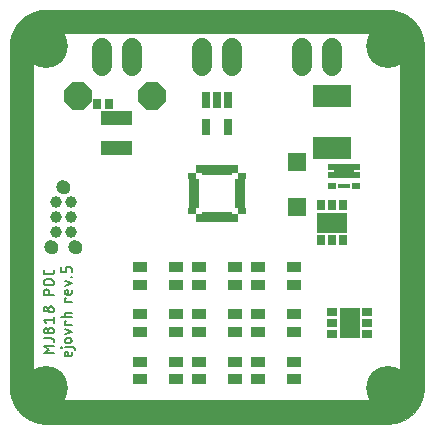
<source format=gts>
G04 EAGLE Gerber RS-274X export*
G75*
%MOMM*%
%FSLAX35Y35*%
%LPD*%
%INsolder_mask_top*%
%IPPOS*%
%AMOC8*
5,1,8,0,0,1.08239X$1,22.5*%
G01*
%ADD10C,0.000000*%
%ADD11C,0.127000*%
%ADD12C,2.000000*%
%ADD13R,1.603200X1.603200*%
%ADD14R,1.203200X0.903200*%
%ADD15R,0.803200X1.403200*%
%ADD16R,0.753200X0.503200*%
%ADD17R,0.953200X0.503200*%
%ADD18R,0.503200X0.753200*%
%ADD19R,0.503200X0.953200*%
%ADD20R,0.653200X1.303200*%
%ADD21R,2.503200X1.703200*%
%ADD22R,0.663200X0.913200*%
%ADD23R,1.703200X1.153200*%
%ADD24R,0.653200X0.503200*%
%ADD25R,1.073200X0.433200*%
%ADD26R,1.703200X2.503200*%
%ADD27R,0.913200X0.663200*%
%ADD28R,3.203200X1.903200*%
%ADD29R,0.803200X0.903200*%
%ADD30C,0.990600*%
%ADD31C,1.193800*%
%ADD32P,2.556822X8X22.500000*%
%ADD33C,1.727200*%
%ADD34C,3.719200*%


D10*
X3200117Y3499817D02*
X300026Y3499983D01*
X300025Y3499983D02*
X292739Y3499885D01*
X285456Y3499610D01*
X278183Y3499159D01*
X270922Y3498531D01*
X263679Y3497728D01*
X256457Y3496749D01*
X249262Y3495595D01*
X242096Y3494267D01*
X234965Y3492766D01*
X227872Y3491092D01*
X220822Y3489247D01*
X213819Y3487231D01*
X206867Y3485046D01*
X199969Y3482693D01*
X193131Y3480173D01*
X186356Y3477489D01*
X179648Y3474640D01*
X173011Y3471630D01*
X166449Y3468460D01*
X159966Y3465132D01*
X153566Y3461647D01*
X147252Y3458008D01*
X141028Y3454218D01*
X134898Y3450277D01*
X128865Y3446189D01*
X122933Y3441955D01*
X117105Y3437579D01*
X111386Y3433063D01*
X105777Y3428410D01*
X100284Y3423622D01*
X94907Y3418702D01*
X89652Y3413653D01*
X84521Y3408478D01*
X79517Y3403180D01*
X74642Y3397763D01*
X69901Y3392229D01*
X65295Y3386581D01*
X60827Y3380824D01*
X56501Y3374959D01*
X52318Y3368992D01*
X48281Y3362925D01*
X44392Y3356761D01*
X40654Y3350506D01*
X37068Y3344161D01*
X33638Y3337731D01*
X30364Y3331220D01*
X27250Y3324632D01*
X24296Y3317970D01*
X21504Y3311238D01*
X18877Y3304441D01*
X16415Y3297581D01*
X14121Y3290665D01*
X11994Y3283694D01*
X10038Y3276674D01*
X8252Y3269609D01*
X6638Y3262502D01*
X5197Y3255358D01*
X3930Y3248182D01*
X2837Y3240977D01*
X1919Y3233747D01*
X1177Y3226497D01*
X611Y3219232D01*
X221Y3211955D01*
X8Y3204670D01*
X8Y3204671D02*
X92Y295129D01*
X91Y295129D02*
X238Y287825D01*
X565Y280527D01*
X1070Y273238D01*
X1754Y265965D01*
X2616Y258710D01*
X3656Y251478D01*
X4873Y244275D01*
X6267Y237103D01*
X7836Y229968D01*
X9580Y222873D01*
X11498Y215824D01*
X13587Y208823D01*
X15848Y201876D01*
X18279Y194986D01*
X20878Y188159D01*
X23644Y181397D01*
X26575Y174705D01*
X29670Y168086D01*
X32926Y161546D01*
X36341Y155088D01*
X39914Y148715D01*
X43642Y142432D01*
X47523Y136243D01*
X51555Y130150D01*
X55736Y124159D01*
X60062Y118271D01*
X64531Y112492D01*
X69141Y106824D01*
X73888Y101271D01*
X78770Y95836D01*
X83785Y90523D01*
X88928Y85334D01*
X94197Y80273D01*
X99588Y75343D01*
X105099Y70546D01*
X110726Y65887D01*
X116465Y61366D01*
X122314Y56988D01*
X128268Y52755D01*
X134325Y48670D01*
X140480Y44734D01*
X146730Y40950D01*
X153070Y37321D01*
X159498Y33848D01*
X166009Y30535D01*
X172600Y27382D01*
X179265Y24392D01*
X186003Y21566D01*
X192807Y18906D01*
X199675Y16415D01*
X206602Y14092D01*
X213584Y11941D01*
X220616Y9961D01*
X227695Y8154D01*
X234816Y6522D01*
X241975Y5065D01*
X249168Y3784D01*
X256390Y2680D01*
X263636Y1753D01*
X270904Y1005D01*
X278187Y435D01*
X285483Y44D01*
X292785Y-167D01*
X300091Y-200D01*
X300092Y-200D02*
X3200100Y-200D01*
X3207349Y-112D01*
X3214594Y150D01*
X3221830Y588D01*
X3229054Y1201D01*
X3236261Y1987D01*
X3243447Y2948D01*
X3250607Y4082D01*
X3257738Y5389D01*
X3264835Y6868D01*
X3271895Y8517D01*
X3278912Y10337D01*
X3285884Y12326D01*
X3292805Y14483D01*
X3299672Y16806D01*
X3306481Y19295D01*
X3313228Y21948D01*
X3319909Y24762D01*
X3326520Y27738D01*
X3333057Y30872D01*
X3339517Y34163D01*
X3345895Y37610D01*
X3352188Y41209D01*
X3358392Y44960D01*
X3364504Y48859D01*
X3370519Y52905D01*
X3376436Y57095D01*
X3382249Y61427D01*
X3387956Y65898D01*
X3393553Y70505D01*
X3399037Y75247D01*
X3404405Y80119D01*
X3409653Y85120D01*
X3414780Y90247D01*
X3419781Y95495D01*
X3424653Y100863D01*
X3429395Y106347D01*
X3434002Y111944D01*
X3438473Y117651D01*
X3442805Y123464D01*
X3446995Y129381D01*
X3451041Y135396D01*
X3454940Y141508D01*
X3458691Y147712D01*
X3462290Y154005D01*
X3465737Y160383D01*
X3469028Y166843D01*
X3472162Y173380D01*
X3475138Y179991D01*
X3477952Y186672D01*
X3480605Y193419D01*
X3483094Y200228D01*
X3485417Y207095D01*
X3487574Y214016D01*
X3489563Y220988D01*
X3491383Y228005D01*
X3493032Y235065D01*
X3494511Y242162D01*
X3495818Y249293D01*
X3496952Y256453D01*
X3497913Y263639D01*
X3498699Y270846D01*
X3499312Y278070D01*
X3499750Y285306D01*
X3500012Y292551D01*
X3500100Y299800D01*
X3500100Y3199817D01*
X3500010Y3207179D01*
X3499739Y3214537D01*
X3499287Y3221886D01*
X3498656Y3229221D01*
X3497844Y3236539D01*
X3496853Y3243835D01*
X3495684Y3251104D01*
X3494336Y3258342D01*
X3492811Y3265545D01*
X3491110Y3272708D01*
X3489234Y3279828D01*
X3487183Y3286899D01*
X3484960Y3293918D01*
X3482564Y3300880D01*
X3479999Y3307782D01*
X3477266Y3314618D01*
X3474365Y3321385D01*
X3471299Y3328079D01*
X3468070Y3334696D01*
X3464679Y3341231D01*
X3461129Y3347682D01*
X3457422Y3354043D01*
X3453559Y3360311D01*
X3449544Y3366483D01*
X3445379Y3372554D01*
X3441066Y3378521D01*
X3436608Y3384381D01*
X3432008Y3390129D01*
X3427268Y3395763D01*
X3422391Y3401279D01*
X3417380Y3406673D01*
X3412238Y3411943D01*
X3406969Y3417085D01*
X3401574Y3422096D01*
X3396059Y3426974D01*
X3390425Y3431714D01*
X3384677Y3436315D01*
X3378818Y3440773D01*
X3372851Y3445086D01*
X3366780Y3449252D01*
X3360609Y3453267D01*
X3354340Y3457130D01*
X3347980Y3460837D01*
X3341529Y3464388D01*
X3334994Y3467779D01*
X3328378Y3471009D01*
X3321684Y3474075D01*
X3314917Y3476976D01*
X3308081Y3479710D01*
X3301180Y3482276D01*
X3294218Y3484671D01*
X3287199Y3486895D01*
X3280128Y3488946D01*
X3273008Y3490823D01*
X3265845Y3492524D01*
X3258642Y3494050D01*
X3251404Y3495398D01*
X3244135Y3496568D01*
X3236839Y3497559D01*
X3229521Y3498371D01*
X3222186Y3499003D01*
X3214837Y3499455D01*
X3207479Y3499726D01*
X3200117Y3499817D01*
D11*
X368650Y598344D02*
X281350Y598344D01*
X329850Y627444D01*
X281350Y656544D01*
X368650Y656544D01*
X349250Y721168D02*
X281350Y721168D01*
X349250Y721168D02*
X349719Y721162D01*
X350187Y721145D01*
X350655Y721117D01*
X351122Y721077D01*
X351588Y721027D01*
X352053Y720964D01*
X352516Y720891D01*
X352977Y720807D01*
X353436Y720711D01*
X353893Y720604D01*
X354347Y720487D01*
X354797Y720358D01*
X355245Y720218D01*
X355689Y720068D01*
X356129Y719907D01*
X356566Y719736D01*
X356998Y719554D01*
X357425Y719361D01*
X357848Y719159D01*
X358266Y718946D01*
X358678Y718723D01*
X359085Y718490D01*
X359486Y718248D01*
X359881Y717996D01*
X360270Y717734D01*
X360653Y717463D01*
X361029Y717183D01*
X361398Y716894D01*
X361760Y716596D01*
X362115Y716289D01*
X362462Y715974D01*
X362801Y715651D01*
X363133Y715319D01*
X363456Y714980D01*
X363771Y714633D01*
X364078Y714278D01*
X364376Y713916D01*
X364665Y713547D01*
X364945Y713171D01*
X365216Y712788D01*
X365478Y712399D01*
X365730Y712004D01*
X365972Y711603D01*
X366205Y711196D01*
X366428Y710784D01*
X366641Y710366D01*
X366843Y709943D01*
X367036Y709516D01*
X367218Y709084D01*
X367389Y708647D01*
X367550Y708207D01*
X367700Y707763D01*
X367840Y707315D01*
X367969Y706865D01*
X368086Y706411D01*
X368193Y705954D01*
X368289Y705495D01*
X368373Y705034D01*
X368446Y704571D01*
X368509Y704106D01*
X368559Y703640D01*
X368599Y703173D01*
X368627Y702705D01*
X368644Y702237D01*
X368650Y701768D01*
X368650Y692068D01*
X344400Y765194D02*
X343809Y765201D01*
X343219Y765223D01*
X342630Y765259D01*
X342041Y765309D01*
X341454Y765374D01*
X340869Y765452D01*
X340286Y765546D01*
X339705Y765653D01*
X339127Y765774D01*
X338552Y765910D01*
X337981Y766059D01*
X337414Y766222D01*
X336850Y766399D01*
X336291Y766590D01*
X335737Y766794D01*
X335188Y767012D01*
X334645Y767243D01*
X334107Y767487D01*
X333575Y767744D01*
X333050Y768014D01*
X332532Y768297D01*
X332020Y768592D01*
X331516Y768900D01*
X331020Y769220D01*
X330531Y769551D01*
X330051Y769895D01*
X329579Y770250D01*
X329116Y770617D01*
X328662Y770995D01*
X328218Y771383D01*
X327783Y771783D01*
X327357Y772193D01*
X326942Y772613D01*
X326538Y773043D01*
X326144Y773483D01*
X325760Y773932D01*
X325388Y774390D01*
X325027Y774858D01*
X324678Y775334D01*
X324340Y775818D01*
X324014Y776311D01*
X323700Y776811D01*
X323399Y777319D01*
X323110Y777834D01*
X322833Y778356D01*
X322570Y778884D01*
X322319Y779419D01*
X322082Y779960D01*
X321857Y780506D01*
X321646Y781058D01*
X321449Y781614D01*
X321265Y782175D01*
X321095Y782741D01*
X320939Y783310D01*
X320796Y783883D01*
X320668Y784460D01*
X320553Y785039D01*
X320453Y785621D01*
X320367Y786206D01*
X320295Y786792D01*
X320238Y787380D01*
X320195Y787968D01*
X320166Y788558D01*
X320152Y789149D01*
X320152Y789739D01*
X320166Y790330D01*
X320195Y790920D01*
X320238Y791508D01*
X320295Y792096D01*
X320367Y792682D01*
X320453Y793267D01*
X320553Y793849D01*
X320668Y794428D01*
X320796Y795005D01*
X320939Y795578D01*
X321095Y796147D01*
X321265Y796713D01*
X321449Y797274D01*
X321646Y797830D01*
X321857Y798382D01*
X322082Y798928D01*
X322319Y799469D01*
X322570Y800004D01*
X322833Y800532D01*
X323110Y801054D01*
X323399Y801569D01*
X323700Y802077D01*
X324014Y802577D01*
X324340Y803070D01*
X324678Y803554D01*
X325027Y804030D01*
X325388Y804498D01*
X325760Y804956D01*
X326144Y805405D01*
X326538Y805845D01*
X326942Y806275D01*
X327357Y806695D01*
X327783Y807105D01*
X328218Y807505D01*
X328662Y807893D01*
X329116Y808271D01*
X329579Y808638D01*
X330051Y808993D01*
X330531Y809337D01*
X331020Y809668D01*
X331516Y809988D01*
X332020Y810296D01*
X332532Y810591D01*
X333050Y810874D01*
X333575Y811144D01*
X334107Y811401D01*
X334645Y811645D01*
X335188Y811876D01*
X335737Y812094D01*
X336291Y812298D01*
X336850Y812489D01*
X337414Y812666D01*
X337981Y812829D01*
X338552Y812978D01*
X339127Y813114D01*
X339705Y813235D01*
X340286Y813342D01*
X340869Y813436D01*
X341454Y813514D01*
X342041Y813579D01*
X342630Y813629D01*
X343219Y813665D01*
X343809Y813687D01*
X344400Y813694D01*
X344991Y813687D01*
X345581Y813665D01*
X346170Y813629D01*
X346759Y813579D01*
X347346Y813514D01*
X347931Y813436D01*
X348514Y813342D01*
X349095Y813235D01*
X349673Y813114D01*
X350248Y812978D01*
X350819Y812829D01*
X351386Y812666D01*
X351950Y812489D01*
X352509Y812298D01*
X353063Y812094D01*
X353612Y811876D01*
X354155Y811645D01*
X354693Y811401D01*
X355225Y811144D01*
X355750Y810874D01*
X356268Y810591D01*
X356780Y810296D01*
X357284Y809988D01*
X357780Y809668D01*
X358269Y809337D01*
X358749Y808993D01*
X359221Y808638D01*
X359684Y808271D01*
X360138Y807893D01*
X360582Y807505D01*
X361017Y807105D01*
X361443Y806695D01*
X361858Y806275D01*
X362262Y805845D01*
X362656Y805405D01*
X363040Y804956D01*
X363412Y804498D01*
X363773Y804030D01*
X364122Y803554D01*
X364460Y803070D01*
X364786Y802577D01*
X365100Y802077D01*
X365401Y801569D01*
X365690Y801054D01*
X365967Y800532D01*
X366230Y800004D01*
X366481Y799469D01*
X366718Y798928D01*
X366943Y798382D01*
X367154Y797830D01*
X367351Y797274D01*
X367535Y796713D01*
X367705Y796147D01*
X367861Y795578D01*
X368004Y795005D01*
X368132Y794428D01*
X368247Y793849D01*
X368347Y793267D01*
X368433Y792682D01*
X368505Y792096D01*
X368562Y791508D01*
X368605Y790920D01*
X368634Y790330D01*
X368648Y789739D01*
X368648Y789149D01*
X368634Y788558D01*
X368605Y787968D01*
X368562Y787380D01*
X368505Y786792D01*
X368433Y786206D01*
X368347Y785621D01*
X368247Y785039D01*
X368132Y784460D01*
X368004Y783883D01*
X367861Y783310D01*
X367705Y782741D01*
X367535Y782175D01*
X367351Y781614D01*
X367154Y781058D01*
X366943Y780506D01*
X366718Y779960D01*
X366481Y779419D01*
X366230Y778884D01*
X365967Y778356D01*
X365690Y777834D01*
X365401Y777319D01*
X365100Y776811D01*
X364786Y776311D01*
X364460Y775818D01*
X364122Y775334D01*
X363773Y774858D01*
X363412Y774390D01*
X363040Y773932D01*
X362656Y773483D01*
X362262Y773043D01*
X361858Y772613D01*
X361443Y772193D01*
X361017Y771783D01*
X360582Y771383D01*
X360138Y770995D01*
X359684Y770617D01*
X359221Y770250D01*
X358749Y769895D01*
X358269Y769551D01*
X357780Y769220D01*
X357284Y768900D01*
X356780Y768592D01*
X356268Y768297D01*
X355750Y768014D01*
X355225Y767744D01*
X354693Y767487D01*
X354155Y767243D01*
X353612Y767012D01*
X353063Y766794D01*
X352509Y766590D01*
X351950Y766399D01*
X351386Y766222D01*
X350819Y766059D01*
X350248Y765910D01*
X349673Y765774D01*
X349095Y765653D01*
X348514Y765546D01*
X347931Y765452D01*
X347346Y765374D01*
X346759Y765309D01*
X346170Y765259D01*
X345581Y765223D01*
X344991Y765201D01*
X344400Y765194D01*
X300750Y770044D02*
X300278Y770050D01*
X299805Y770067D01*
X299334Y770096D01*
X298863Y770136D01*
X298394Y770188D01*
X297925Y770251D01*
X297459Y770325D01*
X296994Y770411D01*
X296532Y770508D01*
X296072Y770616D01*
X295615Y770736D01*
X295161Y770867D01*
X294710Y771008D01*
X294263Y771161D01*
X293820Y771324D01*
X293381Y771498D01*
X292946Y771683D01*
X292516Y771878D01*
X292090Y772084D01*
X291670Y772300D01*
X291255Y772526D01*
X290846Y772762D01*
X290443Y773009D01*
X290046Y773264D01*
X289655Y773530D01*
X289271Y773805D01*
X288893Y774089D01*
X288523Y774382D01*
X288160Y774684D01*
X287804Y774995D01*
X287456Y775315D01*
X287116Y775643D01*
X286784Y775979D01*
X286460Y776323D01*
X286145Y776675D01*
X285838Y777034D01*
X285540Y777401D01*
X285252Y777775D01*
X284972Y778156D01*
X284702Y778543D01*
X284441Y778938D01*
X284190Y779338D01*
X283949Y779744D01*
X283718Y780156D01*
X283497Y780573D01*
X283286Y780996D01*
X283085Y781424D01*
X282895Y781857D01*
X282716Y782294D01*
X282547Y782735D01*
X282389Y783180D01*
X282242Y783629D01*
X282106Y784081D01*
X281981Y784537D01*
X281867Y784996D01*
X281764Y785457D01*
X281673Y785920D01*
X281593Y786386D01*
X281524Y786853D01*
X281466Y787322D01*
X281420Y787792D01*
X281386Y788264D01*
X281363Y788735D01*
X281351Y789208D01*
X281351Y789680D01*
X281363Y790153D01*
X281386Y790624D01*
X281420Y791096D01*
X281466Y791566D01*
X281524Y792035D01*
X281593Y792502D01*
X281673Y792968D01*
X281764Y793431D01*
X281867Y793892D01*
X281981Y794351D01*
X282106Y794807D01*
X282242Y795259D01*
X282389Y795708D01*
X282547Y796153D01*
X282716Y796594D01*
X282895Y797031D01*
X283085Y797464D01*
X283286Y797892D01*
X283497Y798315D01*
X283718Y798732D01*
X283949Y799144D01*
X284190Y799550D01*
X284441Y799950D01*
X284702Y800345D01*
X284972Y800732D01*
X285252Y801113D01*
X285540Y801487D01*
X285838Y801854D01*
X286145Y802213D01*
X286460Y802565D01*
X286784Y802909D01*
X287116Y803245D01*
X287456Y803573D01*
X287804Y803893D01*
X288160Y804204D01*
X288523Y804506D01*
X288893Y804799D01*
X289271Y805083D01*
X289655Y805358D01*
X290046Y805624D01*
X290443Y805879D01*
X290846Y806126D01*
X291255Y806362D01*
X291670Y806588D01*
X292090Y806804D01*
X292516Y807010D01*
X292946Y807205D01*
X293381Y807390D01*
X293820Y807564D01*
X294263Y807727D01*
X294710Y807880D01*
X295161Y808021D01*
X295615Y808152D01*
X296072Y808272D01*
X296532Y808380D01*
X296994Y808477D01*
X297459Y808563D01*
X297925Y808637D01*
X298394Y808700D01*
X298863Y808752D01*
X299334Y808792D01*
X299805Y808821D01*
X300278Y808838D01*
X300750Y808844D01*
X301222Y808838D01*
X301695Y808821D01*
X302166Y808792D01*
X302637Y808752D01*
X303106Y808700D01*
X303575Y808637D01*
X304041Y808563D01*
X304506Y808477D01*
X304968Y808380D01*
X305428Y808272D01*
X305885Y808152D01*
X306339Y808021D01*
X306790Y807880D01*
X307237Y807727D01*
X307680Y807564D01*
X308119Y807390D01*
X308554Y807205D01*
X308984Y807010D01*
X309410Y806804D01*
X309830Y806588D01*
X310245Y806362D01*
X310654Y806126D01*
X311057Y805879D01*
X311454Y805624D01*
X311845Y805358D01*
X312229Y805083D01*
X312607Y804799D01*
X312977Y804506D01*
X313340Y804204D01*
X313696Y803893D01*
X314044Y803573D01*
X314384Y803245D01*
X314716Y802909D01*
X315040Y802565D01*
X315355Y802213D01*
X315662Y801854D01*
X315960Y801487D01*
X316248Y801113D01*
X316528Y800732D01*
X316798Y800345D01*
X317059Y799950D01*
X317310Y799550D01*
X317551Y799144D01*
X317782Y798732D01*
X318003Y798315D01*
X318214Y797892D01*
X318415Y797464D01*
X318605Y797031D01*
X318784Y796594D01*
X318953Y796153D01*
X319111Y795708D01*
X319258Y795259D01*
X319394Y794807D01*
X319519Y794351D01*
X319633Y793892D01*
X319736Y793431D01*
X319827Y792968D01*
X319907Y792502D01*
X319976Y792035D01*
X320034Y791566D01*
X320080Y791096D01*
X320114Y790624D01*
X320137Y790153D01*
X320149Y789680D01*
X320149Y789208D01*
X320137Y788735D01*
X320114Y788264D01*
X320080Y787792D01*
X320034Y787322D01*
X319976Y786853D01*
X319907Y786386D01*
X319827Y785920D01*
X319736Y785457D01*
X319633Y784996D01*
X319519Y784537D01*
X319394Y784081D01*
X319258Y783629D01*
X319111Y783180D01*
X318953Y782735D01*
X318784Y782294D01*
X318605Y781857D01*
X318415Y781424D01*
X318214Y780996D01*
X318003Y780573D01*
X317782Y780156D01*
X317551Y779744D01*
X317310Y779338D01*
X317059Y778938D01*
X316798Y778543D01*
X316528Y778156D01*
X316248Y777775D01*
X315960Y777401D01*
X315662Y777034D01*
X315355Y776675D01*
X315040Y776323D01*
X314716Y775979D01*
X314384Y775643D01*
X314044Y775315D01*
X313696Y774995D01*
X313340Y774684D01*
X312977Y774382D01*
X312607Y774089D01*
X312229Y773805D01*
X311845Y773530D01*
X311454Y773264D01*
X311057Y773009D01*
X310654Y772762D01*
X310245Y772526D01*
X309830Y772300D01*
X309410Y772084D01*
X308984Y771878D01*
X308554Y771683D01*
X308119Y771498D01*
X307680Y771324D01*
X307237Y771161D01*
X306790Y771008D01*
X306339Y770867D01*
X305885Y770736D01*
X305428Y770616D01*
X304968Y770508D01*
X304506Y770411D01*
X304041Y770325D01*
X303575Y770251D01*
X303106Y770188D01*
X302637Y770136D01*
X302166Y770096D01*
X301695Y770067D01*
X301222Y770050D01*
X300750Y770044D01*
X300750Y855194D02*
X281350Y879444D01*
X368650Y879444D01*
X368650Y855194D02*
X368650Y903694D01*
X344400Y945194D02*
X343809Y945201D01*
X343219Y945223D01*
X342630Y945259D01*
X342041Y945309D01*
X341454Y945374D01*
X340869Y945452D01*
X340286Y945546D01*
X339705Y945653D01*
X339127Y945774D01*
X338552Y945910D01*
X337981Y946059D01*
X337414Y946222D01*
X336850Y946399D01*
X336291Y946590D01*
X335737Y946794D01*
X335188Y947012D01*
X334645Y947243D01*
X334107Y947487D01*
X333575Y947744D01*
X333050Y948014D01*
X332532Y948297D01*
X332020Y948592D01*
X331516Y948900D01*
X331020Y949220D01*
X330531Y949551D01*
X330051Y949895D01*
X329579Y950250D01*
X329116Y950617D01*
X328662Y950995D01*
X328218Y951383D01*
X327783Y951783D01*
X327357Y952193D01*
X326942Y952613D01*
X326538Y953043D01*
X326144Y953483D01*
X325760Y953932D01*
X325388Y954390D01*
X325027Y954858D01*
X324678Y955334D01*
X324340Y955818D01*
X324014Y956311D01*
X323700Y956811D01*
X323399Y957319D01*
X323110Y957834D01*
X322833Y958356D01*
X322570Y958884D01*
X322319Y959419D01*
X322082Y959960D01*
X321857Y960506D01*
X321646Y961058D01*
X321449Y961614D01*
X321265Y962175D01*
X321095Y962741D01*
X320939Y963310D01*
X320796Y963883D01*
X320668Y964460D01*
X320553Y965039D01*
X320453Y965621D01*
X320367Y966206D01*
X320295Y966792D01*
X320238Y967380D01*
X320195Y967968D01*
X320166Y968558D01*
X320152Y969149D01*
X320152Y969739D01*
X320166Y970330D01*
X320195Y970920D01*
X320238Y971508D01*
X320295Y972096D01*
X320367Y972682D01*
X320453Y973267D01*
X320553Y973849D01*
X320668Y974428D01*
X320796Y975005D01*
X320939Y975578D01*
X321095Y976147D01*
X321265Y976713D01*
X321449Y977274D01*
X321646Y977830D01*
X321857Y978382D01*
X322082Y978928D01*
X322319Y979469D01*
X322570Y980004D01*
X322833Y980532D01*
X323110Y981054D01*
X323399Y981569D01*
X323700Y982077D01*
X324014Y982577D01*
X324340Y983070D01*
X324678Y983554D01*
X325027Y984030D01*
X325388Y984498D01*
X325760Y984956D01*
X326144Y985405D01*
X326538Y985845D01*
X326942Y986275D01*
X327357Y986695D01*
X327783Y987105D01*
X328218Y987505D01*
X328662Y987893D01*
X329116Y988271D01*
X329579Y988638D01*
X330051Y988993D01*
X330531Y989337D01*
X331020Y989668D01*
X331516Y989988D01*
X332020Y990296D01*
X332532Y990591D01*
X333050Y990874D01*
X333575Y991144D01*
X334107Y991401D01*
X334645Y991645D01*
X335188Y991876D01*
X335737Y992094D01*
X336291Y992298D01*
X336850Y992489D01*
X337414Y992666D01*
X337981Y992829D01*
X338552Y992978D01*
X339127Y993114D01*
X339705Y993235D01*
X340286Y993342D01*
X340869Y993436D01*
X341454Y993514D01*
X342041Y993579D01*
X342630Y993629D01*
X343219Y993665D01*
X343809Y993687D01*
X344400Y993694D01*
X344991Y993687D01*
X345581Y993665D01*
X346170Y993629D01*
X346759Y993579D01*
X347346Y993514D01*
X347931Y993436D01*
X348514Y993342D01*
X349095Y993235D01*
X349673Y993114D01*
X350248Y992978D01*
X350819Y992829D01*
X351386Y992666D01*
X351950Y992489D01*
X352509Y992298D01*
X353063Y992094D01*
X353612Y991876D01*
X354155Y991645D01*
X354693Y991401D01*
X355225Y991144D01*
X355750Y990874D01*
X356268Y990591D01*
X356780Y990296D01*
X357284Y989988D01*
X357780Y989668D01*
X358269Y989337D01*
X358749Y988993D01*
X359221Y988638D01*
X359684Y988271D01*
X360138Y987893D01*
X360582Y987505D01*
X361017Y987105D01*
X361443Y986695D01*
X361858Y986275D01*
X362262Y985845D01*
X362656Y985405D01*
X363040Y984956D01*
X363412Y984498D01*
X363773Y984030D01*
X364122Y983554D01*
X364460Y983070D01*
X364786Y982577D01*
X365100Y982077D01*
X365401Y981569D01*
X365690Y981054D01*
X365967Y980532D01*
X366230Y980004D01*
X366481Y979469D01*
X366718Y978928D01*
X366943Y978382D01*
X367154Y977830D01*
X367351Y977274D01*
X367535Y976713D01*
X367705Y976147D01*
X367861Y975578D01*
X368004Y975005D01*
X368132Y974428D01*
X368247Y973849D01*
X368347Y973267D01*
X368433Y972682D01*
X368505Y972096D01*
X368562Y971508D01*
X368605Y970920D01*
X368634Y970330D01*
X368648Y969739D01*
X368648Y969149D01*
X368634Y968558D01*
X368605Y967968D01*
X368562Y967380D01*
X368505Y966792D01*
X368433Y966206D01*
X368347Y965621D01*
X368247Y965039D01*
X368132Y964460D01*
X368004Y963883D01*
X367861Y963310D01*
X367705Y962741D01*
X367535Y962175D01*
X367351Y961614D01*
X367154Y961058D01*
X366943Y960506D01*
X366718Y959960D01*
X366481Y959419D01*
X366230Y958884D01*
X365967Y958356D01*
X365690Y957834D01*
X365401Y957319D01*
X365100Y956811D01*
X364786Y956311D01*
X364460Y955818D01*
X364122Y955334D01*
X363773Y954858D01*
X363412Y954390D01*
X363040Y953932D01*
X362656Y953483D01*
X362262Y953043D01*
X361858Y952613D01*
X361443Y952193D01*
X361017Y951783D01*
X360582Y951383D01*
X360138Y950995D01*
X359684Y950617D01*
X359221Y950250D01*
X358749Y949895D01*
X358269Y949551D01*
X357780Y949220D01*
X357284Y948900D01*
X356780Y948592D01*
X356268Y948297D01*
X355750Y948014D01*
X355225Y947744D01*
X354693Y947487D01*
X354155Y947243D01*
X353612Y947012D01*
X353063Y946794D01*
X352509Y946590D01*
X351950Y946399D01*
X351386Y946222D01*
X350819Y946059D01*
X350248Y945910D01*
X349673Y945774D01*
X349095Y945653D01*
X348514Y945546D01*
X347931Y945452D01*
X347346Y945374D01*
X346759Y945309D01*
X346170Y945259D01*
X345581Y945223D01*
X344991Y945201D01*
X344400Y945194D01*
X300750Y950044D02*
X300278Y950050D01*
X299805Y950067D01*
X299334Y950096D01*
X298863Y950136D01*
X298394Y950188D01*
X297925Y950251D01*
X297459Y950325D01*
X296994Y950411D01*
X296532Y950508D01*
X296072Y950616D01*
X295615Y950736D01*
X295161Y950867D01*
X294710Y951008D01*
X294263Y951161D01*
X293820Y951324D01*
X293381Y951498D01*
X292946Y951683D01*
X292516Y951878D01*
X292090Y952084D01*
X291670Y952300D01*
X291255Y952526D01*
X290846Y952762D01*
X290443Y953009D01*
X290046Y953264D01*
X289655Y953530D01*
X289271Y953805D01*
X288893Y954089D01*
X288523Y954382D01*
X288160Y954684D01*
X287804Y954995D01*
X287456Y955315D01*
X287116Y955643D01*
X286784Y955979D01*
X286460Y956323D01*
X286145Y956675D01*
X285838Y957034D01*
X285540Y957401D01*
X285252Y957775D01*
X284972Y958156D01*
X284702Y958543D01*
X284441Y958938D01*
X284190Y959338D01*
X283949Y959744D01*
X283718Y960156D01*
X283497Y960573D01*
X283286Y960996D01*
X283085Y961424D01*
X282895Y961857D01*
X282716Y962294D01*
X282547Y962735D01*
X282389Y963180D01*
X282242Y963629D01*
X282106Y964081D01*
X281981Y964537D01*
X281867Y964996D01*
X281764Y965457D01*
X281673Y965920D01*
X281593Y966386D01*
X281524Y966853D01*
X281466Y967322D01*
X281420Y967792D01*
X281386Y968264D01*
X281363Y968735D01*
X281351Y969208D01*
X281351Y969680D01*
X281363Y970153D01*
X281386Y970624D01*
X281420Y971096D01*
X281466Y971566D01*
X281524Y972035D01*
X281593Y972502D01*
X281673Y972968D01*
X281764Y973431D01*
X281867Y973892D01*
X281981Y974351D01*
X282106Y974807D01*
X282242Y975259D01*
X282389Y975708D01*
X282547Y976153D01*
X282716Y976594D01*
X282895Y977031D01*
X283085Y977464D01*
X283286Y977892D01*
X283497Y978315D01*
X283718Y978732D01*
X283949Y979144D01*
X284190Y979550D01*
X284441Y979950D01*
X284702Y980345D01*
X284972Y980732D01*
X285252Y981113D01*
X285540Y981487D01*
X285838Y981854D01*
X286145Y982213D01*
X286460Y982565D01*
X286784Y982909D01*
X287116Y983245D01*
X287456Y983573D01*
X287804Y983893D01*
X288160Y984204D01*
X288523Y984506D01*
X288893Y984799D01*
X289271Y985083D01*
X289655Y985358D01*
X290046Y985624D01*
X290443Y985879D01*
X290846Y986126D01*
X291255Y986362D01*
X291670Y986588D01*
X292090Y986804D01*
X292516Y987010D01*
X292946Y987205D01*
X293381Y987390D01*
X293820Y987564D01*
X294263Y987727D01*
X294710Y987880D01*
X295161Y988021D01*
X295615Y988152D01*
X296072Y988272D01*
X296532Y988380D01*
X296994Y988477D01*
X297459Y988563D01*
X297925Y988637D01*
X298394Y988700D01*
X298863Y988752D01*
X299334Y988792D01*
X299805Y988821D01*
X300278Y988838D01*
X300750Y988844D01*
X301222Y988838D01*
X301695Y988821D01*
X302166Y988792D01*
X302637Y988752D01*
X303106Y988700D01*
X303575Y988637D01*
X304041Y988563D01*
X304506Y988477D01*
X304968Y988380D01*
X305428Y988272D01*
X305885Y988152D01*
X306339Y988021D01*
X306790Y987880D01*
X307237Y987727D01*
X307680Y987564D01*
X308119Y987390D01*
X308554Y987205D01*
X308984Y987010D01*
X309410Y986804D01*
X309830Y986588D01*
X310245Y986362D01*
X310654Y986126D01*
X311057Y985879D01*
X311454Y985624D01*
X311845Y985358D01*
X312229Y985083D01*
X312607Y984799D01*
X312977Y984506D01*
X313340Y984204D01*
X313696Y983893D01*
X314044Y983573D01*
X314384Y983245D01*
X314716Y982909D01*
X315040Y982565D01*
X315355Y982213D01*
X315662Y981854D01*
X315960Y981487D01*
X316248Y981113D01*
X316528Y980732D01*
X316798Y980345D01*
X317059Y979950D01*
X317310Y979550D01*
X317551Y979144D01*
X317782Y978732D01*
X318003Y978315D01*
X318214Y977892D01*
X318415Y977464D01*
X318605Y977031D01*
X318784Y976594D01*
X318953Y976153D01*
X319111Y975708D01*
X319258Y975259D01*
X319394Y974807D01*
X319519Y974351D01*
X319633Y973892D01*
X319736Y973431D01*
X319827Y972968D01*
X319907Y972502D01*
X319976Y972035D01*
X320034Y971566D01*
X320080Y971096D01*
X320114Y970624D01*
X320137Y970153D01*
X320149Y969680D01*
X320149Y969208D01*
X320137Y968735D01*
X320114Y968264D01*
X320080Y967792D01*
X320034Y967322D01*
X319976Y966853D01*
X319907Y966386D01*
X319827Y965920D01*
X319736Y965457D01*
X319633Y964996D01*
X319519Y964537D01*
X319394Y964081D01*
X319258Y963629D01*
X319111Y963180D01*
X318953Y962735D01*
X318784Y962294D01*
X318605Y961857D01*
X318415Y961424D01*
X318214Y960996D01*
X318003Y960573D01*
X317782Y960156D01*
X317551Y959744D01*
X317310Y959338D01*
X317059Y958938D01*
X316798Y958543D01*
X316528Y958156D01*
X316248Y957775D01*
X315960Y957401D01*
X315662Y957034D01*
X315355Y956675D01*
X315040Y956323D01*
X314716Y955979D01*
X314384Y955643D01*
X314044Y955315D01*
X313696Y954995D01*
X313340Y954684D01*
X312977Y954382D01*
X312607Y954089D01*
X312229Y953805D01*
X311845Y953530D01*
X311454Y953264D01*
X311057Y953009D01*
X310654Y952762D01*
X310245Y952526D01*
X309830Y952300D01*
X309410Y952084D01*
X308984Y951878D01*
X308554Y951683D01*
X308119Y951498D01*
X307680Y951324D01*
X307237Y951161D01*
X306790Y951008D01*
X306339Y950867D01*
X305885Y950736D01*
X305428Y950616D01*
X304968Y950508D01*
X304506Y950411D01*
X304041Y950325D01*
X303575Y950251D01*
X303106Y950188D01*
X302637Y950136D01*
X302166Y950096D01*
X301695Y950067D01*
X301222Y950050D01*
X300750Y950044D01*
X281350Y1087919D02*
X368650Y1087919D01*
X281350Y1087919D02*
X281350Y1112169D01*
X281357Y1112760D01*
X281379Y1113350D01*
X281415Y1113939D01*
X281465Y1114528D01*
X281530Y1115115D01*
X281608Y1115700D01*
X281702Y1116283D01*
X281809Y1116864D01*
X281930Y1117442D01*
X282066Y1118017D01*
X282215Y1118588D01*
X282378Y1119155D01*
X282555Y1119719D01*
X282746Y1120278D01*
X282950Y1120832D01*
X283168Y1121381D01*
X283399Y1121924D01*
X283643Y1122462D01*
X283900Y1122994D01*
X284170Y1123519D01*
X284453Y1124037D01*
X284748Y1124549D01*
X285056Y1125053D01*
X285376Y1125549D01*
X285707Y1126038D01*
X286051Y1126518D01*
X286406Y1126990D01*
X286773Y1127453D01*
X287151Y1127907D01*
X287539Y1128351D01*
X287939Y1128786D01*
X288349Y1129212D01*
X288769Y1129627D01*
X289199Y1130031D01*
X289639Y1130425D01*
X290088Y1130809D01*
X290546Y1131181D01*
X291014Y1131542D01*
X291490Y1131891D01*
X291974Y1132229D01*
X292467Y1132555D01*
X292967Y1132869D01*
X293475Y1133170D01*
X293990Y1133459D01*
X294512Y1133736D01*
X295040Y1133999D01*
X295575Y1134250D01*
X296116Y1134487D01*
X296662Y1134712D01*
X297214Y1134923D01*
X297770Y1135120D01*
X298331Y1135304D01*
X298897Y1135474D01*
X299466Y1135630D01*
X300039Y1135773D01*
X300616Y1135901D01*
X301195Y1136016D01*
X301777Y1136116D01*
X302362Y1136202D01*
X302948Y1136274D01*
X303536Y1136331D01*
X304124Y1136374D01*
X304714Y1136403D01*
X305305Y1136417D01*
X305895Y1136417D01*
X306486Y1136403D01*
X307076Y1136374D01*
X307664Y1136331D01*
X308252Y1136274D01*
X308838Y1136202D01*
X309423Y1136116D01*
X310005Y1136016D01*
X310584Y1135901D01*
X311161Y1135773D01*
X311734Y1135630D01*
X312303Y1135474D01*
X312869Y1135304D01*
X313430Y1135120D01*
X313986Y1134923D01*
X314538Y1134712D01*
X315084Y1134487D01*
X315625Y1134250D01*
X316160Y1133999D01*
X316688Y1133736D01*
X317210Y1133459D01*
X317725Y1133170D01*
X318233Y1132869D01*
X318733Y1132555D01*
X319226Y1132229D01*
X319710Y1131891D01*
X320186Y1131542D01*
X320654Y1131181D01*
X321112Y1130809D01*
X321561Y1130425D01*
X322001Y1130031D01*
X322431Y1129627D01*
X322851Y1129212D01*
X323261Y1128786D01*
X323661Y1128351D01*
X324049Y1127907D01*
X324427Y1127453D01*
X324794Y1126990D01*
X325149Y1126518D01*
X325493Y1126038D01*
X325824Y1125549D01*
X326144Y1125053D01*
X326452Y1124549D01*
X326747Y1124037D01*
X327030Y1123519D01*
X327300Y1122994D01*
X327557Y1122462D01*
X327801Y1121924D01*
X328032Y1121381D01*
X328250Y1120832D01*
X328454Y1120278D01*
X328645Y1119719D01*
X328822Y1119155D01*
X328985Y1118588D01*
X329134Y1118017D01*
X329270Y1117442D01*
X329391Y1116864D01*
X329498Y1116283D01*
X329592Y1115700D01*
X329670Y1115115D01*
X329735Y1114528D01*
X329785Y1113939D01*
X329821Y1113350D01*
X329843Y1112760D01*
X329850Y1112169D01*
X329850Y1087919D01*
X344400Y1173194D02*
X305600Y1173194D01*
X305009Y1173201D01*
X304419Y1173223D01*
X303830Y1173259D01*
X303241Y1173309D01*
X302654Y1173374D01*
X302069Y1173452D01*
X301486Y1173546D01*
X300905Y1173653D01*
X300327Y1173774D01*
X299752Y1173910D01*
X299181Y1174059D01*
X298614Y1174222D01*
X298050Y1174399D01*
X297491Y1174590D01*
X296937Y1174794D01*
X296388Y1175012D01*
X295845Y1175243D01*
X295307Y1175487D01*
X294775Y1175744D01*
X294250Y1176014D01*
X293732Y1176297D01*
X293220Y1176592D01*
X292716Y1176900D01*
X292220Y1177220D01*
X291731Y1177551D01*
X291251Y1177895D01*
X290779Y1178250D01*
X290316Y1178617D01*
X289862Y1178995D01*
X289418Y1179383D01*
X288983Y1179783D01*
X288557Y1180193D01*
X288142Y1180613D01*
X287738Y1181043D01*
X287344Y1181483D01*
X286960Y1181932D01*
X286588Y1182390D01*
X286227Y1182858D01*
X285878Y1183334D01*
X285540Y1183818D01*
X285214Y1184311D01*
X284900Y1184811D01*
X284599Y1185319D01*
X284310Y1185834D01*
X284033Y1186356D01*
X283770Y1186884D01*
X283519Y1187419D01*
X283282Y1187960D01*
X283057Y1188506D01*
X282846Y1189058D01*
X282649Y1189614D01*
X282465Y1190175D01*
X282295Y1190741D01*
X282139Y1191310D01*
X281996Y1191883D01*
X281868Y1192460D01*
X281753Y1193039D01*
X281653Y1193621D01*
X281567Y1194206D01*
X281495Y1194792D01*
X281438Y1195380D01*
X281395Y1195968D01*
X281366Y1196558D01*
X281352Y1197149D01*
X281352Y1197739D01*
X281366Y1198330D01*
X281395Y1198920D01*
X281438Y1199508D01*
X281495Y1200096D01*
X281567Y1200682D01*
X281653Y1201267D01*
X281753Y1201849D01*
X281868Y1202428D01*
X281996Y1203005D01*
X282139Y1203578D01*
X282295Y1204147D01*
X282465Y1204713D01*
X282649Y1205274D01*
X282846Y1205830D01*
X283057Y1206382D01*
X283282Y1206928D01*
X283519Y1207469D01*
X283770Y1208004D01*
X284033Y1208532D01*
X284310Y1209054D01*
X284599Y1209569D01*
X284900Y1210077D01*
X285214Y1210577D01*
X285540Y1211070D01*
X285878Y1211554D01*
X286227Y1212030D01*
X286588Y1212498D01*
X286960Y1212956D01*
X287344Y1213405D01*
X287738Y1213845D01*
X288142Y1214275D01*
X288557Y1214695D01*
X288983Y1215105D01*
X289418Y1215505D01*
X289862Y1215893D01*
X290316Y1216271D01*
X290779Y1216638D01*
X291251Y1216993D01*
X291731Y1217337D01*
X292220Y1217668D01*
X292716Y1217988D01*
X293220Y1218296D01*
X293732Y1218591D01*
X294250Y1218874D01*
X294775Y1219144D01*
X295307Y1219401D01*
X295845Y1219645D01*
X296388Y1219876D01*
X296937Y1220094D01*
X297491Y1220298D01*
X298050Y1220489D01*
X298614Y1220666D01*
X299181Y1220829D01*
X299752Y1220978D01*
X300327Y1221114D01*
X300905Y1221235D01*
X301486Y1221342D01*
X302069Y1221436D01*
X302654Y1221514D01*
X303241Y1221579D01*
X303830Y1221629D01*
X304419Y1221665D01*
X305009Y1221687D01*
X305600Y1221694D01*
X344400Y1221694D01*
X344991Y1221687D01*
X345581Y1221665D01*
X346170Y1221629D01*
X346759Y1221579D01*
X347346Y1221514D01*
X347931Y1221436D01*
X348514Y1221342D01*
X349095Y1221235D01*
X349673Y1221114D01*
X350248Y1220978D01*
X350819Y1220829D01*
X351386Y1220666D01*
X351950Y1220489D01*
X352509Y1220298D01*
X353063Y1220094D01*
X353612Y1219876D01*
X354155Y1219645D01*
X354693Y1219401D01*
X355225Y1219144D01*
X355750Y1218874D01*
X356268Y1218591D01*
X356780Y1218296D01*
X357284Y1217988D01*
X357780Y1217668D01*
X358269Y1217337D01*
X358749Y1216993D01*
X359221Y1216638D01*
X359684Y1216271D01*
X360138Y1215893D01*
X360582Y1215505D01*
X361017Y1215105D01*
X361443Y1214695D01*
X361858Y1214275D01*
X362262Y1213845D01*
X362656Y1213405D01*
X363040Y1212956D01*
X363412Y1212498D01*
X363773Y1212030D01*
X364122Y1211554D01*
X364460Y1211070D01*
X364786Y1210577D01*
X365100Y1210077D01*
X365401Y1209569D01*
X365690Y1209054D01*
X365967Y1208532D01*
X366230Y1208004D01*
X366481Y1207469D01*
X366718Y1206928D01*
X366943Y1206382D01*
X367154Y1205830D01*
X367351Y1205274D01*
X367535Y1204713D01*
X367705Y1204147D01*
X367861Y1203578D01*
X368004Y1203005D01*
X368132Y1202428D01*
X368247Y1201849D01*
X368347Y1201267D01*
X368433Y1200682D01*
X368505Y1200096D01*
X368562Y1199508D01*
X368605Y1198920D01*
X368634Y1198330D01*
X368648Y1197739D01*
X368648Y1197149D01*
X368634Y1196558D01*
X368605Y1195968D01*
X368562Y1195380D01*
X368505Y1194792D01*
X368433Y1194206D01*
X368347Y1193621D01*
X368247Y1193039D01*
X368132Y1192460D01*
X368004Y1191883D01*
X367861Y1191310D01*
X367705Y1190741D01*
X367535Y1190175D01*
X367351Y1189614D01*
X367154Y1189058D01*
X366943Y1188506D01*
X366718Y1187960D01*
X366481Y1187419D01*
X366230Y1186884D01*
X365967Y1186356D01*
X365690Y1185834D01*
X365401Y1185319D01*
X365100Y1184811D01*
X364786Y1184311D01*
X364460Y1183818D01*
X364122Y1183334D01*
X363773Y1182858D01*
X363412Y1182390D01*
X363040Y1181932D01*
X362656Y1181483D01*
X362262Y1181043D01*
X361858Y1180613D01*
X361443Y1180193D01*
X361017Y1179783D01*
X360582Y1179383D01*
X360138Y1178995D01*
X359684Y1178617D01*
X359221Y1178250D01*
X358749Y1177895D01*
X358269Y1177551D01*
X357780Y1177220D01*
X357284Y1176900D01*
X356780Y1176592D01*
X356268Y1176297D01*
X355750Y1176014D01*
X355225Y1175744D01*
X354693Y1175487D01*
X354155Y1175243D01*
X353612Y1175012D01*
X353063Y1174794D01*
X352509Y1174590D01*
X351950Y1174399D01*
X351386Y1174222D01*
X350819Y1174059D01*
X350248Y1173910D01*
X349673Y1173774D01*
X349095Y1173653D01*
X348514Y1173546D01*
X347931Y1173452D01*
X347346Y1173374D01*
X346759Y1173309D01*
X346170Y1173259D01*
X345581Y1173223D01*
X344991Y1173201D01*
X344400Y1173194D01*
X368650Y1282256D02*
X368650Y1301656D01*
X368650Y1282256D02*
X368644Y1281787D01*
X368627Y1281319D01*
X368599Y1280851D01*
X368559Y1280384D01*
X368509Y1279918D01*
X368446Y1279453D01*
X368373Y1278990D01*
X368289Y1278529D01*
X368193Y1278070D01*
X368086Y1277613D01*
X367969Y1277159D01*
X367840Y1276709D01*
X367700Y1276261D01*
X367550Y1275817D01*
X367389Y1275377D01*
X367218Y1274940D01*
X367036Y1274508D01*
X366843Y1274081D01*
X366641Y1273658D01*
X366428Y1273240D01*
X366205Y1272828D01*
X365972Y1272421D01*
X365730Y1272020D01*
X365478Y1271625D01*
X365216Y1271236D01*
X364945Y1270853D01*
X364665Y1270477D01*
X364376Y1270108D01*
X364078Y1269746D01*
X363771Y1269391D01*
X363456Y1269044D01*
X363133Y1268705D01*
X362801Y1268373D01*
X362462Y1268050D01*
X362115Y1267735D01*
X361760Y1267428D01*
X361398Y1267130D01*
X361029Y1266841D01*
X360653Y1266561D01*
X360270Y1266290D01*
X359881Y1266028D01*
X359486Y1265776D01*
X359085Y1265534D01*
X358678Y1265301D01*
X358266Y1265078D01*
X357848Y1264865D01*
X357425Y1264663D01*
X356998Y1264470D01*
X356566Y1264288D01*
X356129Y1264117D01*
X355689Y1263956D01*
X355245Y1263806D01*
X354797Y1263666D01*
X354347Y1263537D01*
X353893Y1263420D01*
X353436Y1263313D01*
X352977Y1263217D01*
X352516Y1263133D01*
X352053Y1263060D01*
X351588Y1262997D01*
X351122Y1262947D01*
X350655Y1262907D01*
X350187Y1262879D01*
X349719Y1262862D01*
X349250Y1262856D01*
X300750Y1262856D01*
X300281Y1262862D01*
X299813Y1262879D01*
X299345Y1262907D01*
X298878Y1262947D01*
X298412Y1262997D01*
X297947Y1263060D01*
X297484Y1263133D01*
X297023Y1263217D01*
X296564Y1263313D01*
X296107Y1263420D01*
X295653Y1263537D01*
X295203Y1263666D01*
X294755Y1263806D01*
X294311Y1263956D01*
X293871Y1264117D01*
X293434Y1264288D01*
X293002Y1264470D01*
X292575Y1264663D01*
X292152Y1264865D01*
X291734Y1265078D01*
X291322Y1265301D01*
X290915Y1265534D01*
X290514Y1265776D01*
X290119Y1266028D01*
X289730Y1266290D01*
X289347Y1266561D01*
X288971Y1266841D01*
X288602Y1267130D01*
X288240Y1267428D01*
X287885Y1267735D01*
X287538Y1268050D01*
X287199Y1268373D01*
X286867Y1268705D01*
X286544Y1269044D01*
X286229Y1269391D01*
X285922Y1269746D01*
X285624Y1270108D01*
X285335Y1270477D01*
X285055Y1270853D01*
X284784Y1271236D01*
X284522Y1271625D01*
X284270Y1272020D01*
X284028Y1272421D01*
X283795Y1272828D01*
X283572Y1273240D01*
X283359Y1273658D01*
X283157Y1274081D01*
X282964Y1274508D01*
X282782Y1274940D01*
X282611Y1275377D01*
X282450Y1275817D01*
X282300Y1276261D01*
X282160Y1276709D01*
X282031Y1277159D01*
X281914Y1277613D01*
X281807Y1278070D01*
X281711Y1278529D01*
X281627Y1278990D01*
X281554Y1279453D01*
X281491Y1279918D01*
X281441Y1280384D01*
X281401Y1280851D01*
X281373Y1281319D01*
X281356Y1281787D01*
X281350Y1282256D01*
X281350Y1301656D01*
X518650Y609975D02*
X518650Y585725D01*
X518646Y585373D01*
X518633Y585022D01*
X518612Y584671D01*
X518582Y584321D01*
X518544Y583971D01*
X518497Y583623D01*
X518442Y583275D01*
X518379Y582930D01*
X518307Y582585D01*
X518227Y582243D01*
X518139Y581903D01*
X518042Y581564D01*
X517938Y581229D01*
X517825Y580896D01*
X517704Y580565D01*
X517576Y580238D01*
X517439Y579914D01*
X517295Y579594D01*
X517143Y579277D01*
X516983Y578963D01*
X516816Y578654D01*
X516642Y578349D01*
X516460Y578048D01*
X516271Y577751D01*
X516074Y577460D01*
X515871Y577173D01*
X515661Y576891D01*
X515444Y576614D01*
X515221Y576343D01*
X514991Y576077D01*
X514755Y575816D01*
X514512Y575562D01*
X514263Y575313D01*
X514009Y575070D01*
X513748Y574834D01*
X513482Y574604D01*
X513211Y574381D01*
X512934Y574164D01*
X512652Y573954D01*
X512365Y573751D01*
X512074Y573554D01*
X511777Y573365D01*
X511476Y573183D01*
X511171Y573009D01*
X510862Y572842D01*
X510548Y572682D01*
X510231Y572530D01*
X509911Y572386D01*
X509587Y572249D01*
X509260Y572121D01*
X508929Y572000D01*
X508596Y571887D01*
X508261Y571783D01*
X507922Y571686D01*
X507582Y571598D01*
X507240Y571518D01*
X506895Y571446D01*
X506550Y571383D01*
X506202Y571328D01*
X505854Y571281D01*
X505504Y571243D01*
X505154Y571213D01*
X504803Y571192D01*
X504452Y571179D01*
X504100Y571175D01*
X479850Y571175D01*
X479378Y571181D01*
X478905Y571198D01*
X478434Y571227D01*
X477963Y571267D01*
X477494Y571319D01*
X477025Y571382D01*
X476559Y571456D01*
X476094Y571542D01*
X475632Y571639D01*
X475172Y571747D01*
X474715Y571867D01*
X474261Y571998D01*
X473810Y572139D01*
X473363Y572292D01*
X472920Y572455D01*
X472481Y572629D01*
X472046Y572814D01*
X471616Y573009D01*
X471190Y573215D01*
X470770Y573431D01*
X470355Y573657D01*
X469946Y573893D01*
X469543Y574140D01*
X469146Y574395D01*
X468755Y574661D01*
X468371Y574936D01*
X467993Y575220D01*
X467623Y575513D01*
X467260Y575815D01*
X466904Y576126D01*
X466556Y576446D01*
X466216Y576774D01*
X465884Y577110D01*
X465560Y577454D01*
X465245Y577806D01*
X464938Y578165D01*
X464640Y578532D01*
X464352Y578906D01*
X464072Y579287D01*
X463802Y579674D01*
X463541Y580069D01*
X463290Y580469D01*
X463049Y580875D01*
X462818Y581287D01*
X462597Y581704D01*
X462386Y582127D01*
X462185Y582555D01*
X461995Y582988D01*
X461816Y583425D01*
X461647Y583866D01*
X461489Y584311D01*
X461342Y584760D01*
X461206Y585212D01*
X461081Y585668D01*
X460967Y586127D01*
X460864Y586588D01*
X460773Y587051D01*
X460693Y587517D01*
X460624Y587984D01*
X460566Y588453D01*
X460520Y588923D01*
X460486Y589395D01*
X460463Y589866D01*
X460451Y590339D01*
X460451Y590811D01*
X460463Y591284D01*
X460486Y591755D01*
X460520Y592227D01*
X460566Y592697D01*
X460624Y593166D01*
X460693Y593633D01*
X460773Y594099D01*
X460864Y594562D01*
X460967Y595023D01*
X461081Y595482D01*
X461206Y595938D01*
X461342Y596390D01*
X461489Y596839D01*
X461647Y597284D01*
X461816Y597725D01*
X461995Y598162D01*
X462185Y598595D01*
X462386Y599023D01*
X462597Y599446D01*
X462818Y599863D01*
X463049Y600275D01*
X463290Y600681D01*
X463541Y601081D01*
X463802Y601476D01*
X464072Y601863D01*
X464352Y602244D01*
X464640Y602618D01*
X464938Y602985D01*
X465245Y603344D01*
X465560Y603696D01*
X465884Y604040D01*
X466216Y604376D01*
X466556Y604704D01*
X466904Y605024D01*
X467260Y605335D01*
X467623Y605637D01*
X467993Y605930D01*
X468371Y606214D01*
X468755Y606489D01*
X469146Y606755D01*
X469543Y607010D01*
X469946Y607257D01*
X470355Y607493D01*
X470770Y607719D01*
X471190Y607935D01*
X471616Y608141D01*
X472046Y608336D01*
X472481Y608521D01*
X472920Y608695D01*
X473363Y608858D01*
X473810Y609011D01*
X474261Y609152D01*
X474715Y609283D01*
X475172Y609403D01*
X475632Y609511D01*
X476094Y609608D01*
X476559Y609694D01*
X477025Y609768D01*
X477494Y609831D01*
X477963Y609883D01*
X478434Y609923D01*
X478905Y609952D01*
X479378Y609969D01*
X479850Y609975D01*
X489550Y609975D01*
X489550Y571175D01*
X460450Y645563D02*
X533200Y645563D01*
X533552Y645559D01*
X533903Y645546D01*
X534254Y645525D01*
X534604Y645495D01*
X534954Y645457D01*
X535302Y645410D01*
X535650Y645355D01*
X535995Y645292D01*
X536340Y645220D01*
X536682Y645140D01*
X537022Y645052D01*
X537361Y644955D01*
X537696Y644851D01*
X538029Y644738D01*
X538360Y644617D01*
X538687Y644489D01*
X539011Y644352D01*
X539331Y644208D01*
X539648Y644056D01*
X539962Y643896D01*
X540271Y643729D01*
X540576Y643555D01*
X540877Y643373D01*
X541174Y643184D01*
X541465Y642987D01*
X541752Y642784D01*
X542034Y642574D01*
X542311Y642357D01*
X542582Y642134D01*
X542848Y641904D01*
X543109Y641668D01*
X543363Y641425D01*
X543612Y641176D01*
X543855Y640922D01*
X544091Y640661D01*
X544321Y640395D01*
X544544Y640124D01*
X544761Y639847D01*
X544971Y639565D01*
X545174Y639278D01*
X545371Y638987D01*
X545560Y638690D01*
X545742Y638389D01*
X545916Y638084D01*
X546083Y637775D01*
X546243Y637461D01*
X546395Y637144D01*
X546539Y636824D01*
X546676Y636500D01*
X546804Y636173D01*
X546925Y635842D01*
X547038Y635509D01*
X547142Y635174D01*
X547239Y634835D01*
X547327Y634495D01*
X547407Y634153D01*
X547479Y633808D01*
X547542Y633463D01*
X547597Y633115D01*
X547644Y632767D01*
X547682Y632417D01*
X547712Y632067D01*
X547733Y631716D01*
X547746Y631365D01*
X547750Y631013D01*
X547750Y626163D01*
X436200Y643138D02*
X431350Y643138D01*
X431350Y647988D01*
X436200Y647988D01*
X436200Y643138D01*
X479850Y685175D02*
X499250Y685175D01*
X479850Y685175D02*
X479378Y685181D01*
X478905Y685198D01*
X478434Y685227D01*
X477963Y685267D01*
X477494Y685319D01*
X477025Y685382D01*
X476559Y685456D01*
X476094Y685542D01*
X475632Y685639D01*
X475172Y685747D01*
X474715Y685867D01*
X474261Y685998D01*
X473810Y686139D01*
X473363Y686292D01*
X472920Y686455D01*
X472481Y686629D01*
X472046Y686814D01*
X471616Y687009D01*
X471190Y687215D01*
X470770Y687431D01*
X470355Y687657D01*
X469946Y687893D01*
X469543Y688140D01*
X469146Y688395D01*
X468755Y688661D01*
X468371Y688936D01*
X467993Y689220D01*
X467623Y689513D01*
X467260Y689815D01*
X466904Y690126D01*
X466556Y690446D01*
X466216Y690774D01*
X465884Y691110D01*
X465560Y691454D01*
X465245Y691806D01*
X464938Y692165D01*
X464640Y692532D01*
X464352Y692906D01*
X464072Y693287D01*
X463802Y693674D01*
X463541Y694069D01*
X463290Y694469D01*
X463049Y694875D01*
X462818Y695287D01*
X462597Y695704D01*
X462386Y696127D01*
X462185Y696555D01*
X461995Y696988D01*
X461816Y697425D01*
X461647Y697866D01*
X461489Y698311D01*
X461342Y698760D01*
X461206Y699212D01*
X461081Y699668D01*
X460967Y700127D01*
X460864Y700588D01*
X460773Y701051D01*
X460693Y701517D01*
X460624Y701984D01*
X460566Y702453D01*
X460520Y702923D01*
X460486Y703395D01*
X460463Y703866D01*
X460451Y704339D01*
X460451Y704811D01*
X460463Y705284D01*
X460486Y705755D01*
X460520Y706227D01*
X460566Y706697D01*
X460624Y707166D01*
X460693Y707633D01*
X460773Y708099D01*
X460864Y708562D01*
X460967Y709023D01*
X461081Y709482D01*
X461206Y709938D01*
X461342Y710390D01*
X461489Y710839D01*
X461647Y711284D01*
X461816Y711725D01*
X461995Y712162D01*
X462185Y712595D01*
X462386Y713023D01*
X462597Y713446D01*
X462818Y713863D01*
X463049Y714275D01*
X463290Y714681D01*
X463541Y715081D01*
X463802Y715476D01*
X464072Y715863D01*
X464352Y716244D01*
X464640Y716618D01*
X464938Y716985D01*
X465245Y717344D01*
X465560Y717696D01*
X465884Y718040D01*
X466216Y718376D01*
X466556Y718704D01*
X466904Y719024D01*
X467260Y719335D01*
X467623Y719637D01*
X467993Y719930D01*
X468371Y720214D01*
X468755Y720489D01*
X469146Y720755D01*
X469543Y721010D01*
X469946Y721257D01*
X470355Y721493D01*
X470770Y721719D01*
X471190Y721935D01*
X471616Y722141D01*
X472046Y722336D01*
X472481Y722521D01*
X472920Y722695D01*
X473363Y722858D01*
X473810Y723011D01*
X474261Y723152D01*
X474715Y723283D01*
X475172Y723403D01*
X475632Y723511D01*
X476094Y723608D01*
X476559Y723694D01*
X477025Y723768D01*
X477494Y723831D01*
X477963Y723883D01*
X478434Y723923D01*
X478905Y723952D01*
X479378Y723969D01*
X479850Y723975D01*
X499250Y723975D01*
X499722Y723969D01*
X500195Y723952D01*
X500666Y723923D01*
X501137Y723883D01*
X501606Y723831D01*
X502075Y723768D01*
X502541Y723694D01*
X503006Y723608D01*
X503468Y723511D01*
X503928Y723403D01*
X504385Y723283D01*
X504839Y723152D01*
X505290Y723011D01*
X505737Y722858D01*
X506180Y722695D01*
X506619Y722521D01*
X507054Y722336D01*
X507484Y722141D01*
X507910Y721935D01*
X508330Y721719D01*
X508745Y721493D01*
X509154Y721257D01*
X509557Y721010D01*
X509954Y720755D01*
X510345Y720489D01*
X510729Y720214D01*
X511107Y719930D01*
X511477Y719637D01*
X511840Y719335D01*
X512196Y719024D01*
X512544Y718704D01*
X512884Y718376D01*
X513216Y718040D01*
X513540Y717696D01*
X513855Y717344D01*
X514162Y716985D01*
X514460Y716618D01*
X514748Y716244D01*
X515028Y715863D01*
X515298Y715476D01*
X515559Y715081D01*
X515810Y714681D01*
X516051Y714275D01*
X516282Y713863D01*
X516503Y713446D01*
X516714Y713023D01*
X516915Y712595D01*
X517105Y712162D01*
X517284Y711725D01*
X517453Y711284D01*
X517611Y710839D01*
X517758Y710390D01*
X517894Y709938D01*
X518019Y709482D01*
X518133Y709023D01*
X518236Y708562D01*
X518327Y708099D01*
X518407Y707633D01*
X518476Y707166D01*
X518534Y706697D01*
X518580Y706227D01*
X518614Y705755D01*
X518637Y705284D01*
X518649Y704811D01*
X518649Y704339D01*
X518637Y703866D01*
X518614Y703395D01*
X518580Y702923D01*
X518534Y702453D01*
X518476Y701984D01*
X518407Y701517D01*
X518327Y701051D01*
X518236Y700588D01*
X518133Y700127D01*
X518019Y699668D01*
X517894Y699212D01*
X517758Y698760D01*
X517611Y698311D01*
X517453Y697866D01*
X517284Y697425D01*
X517105Y696988D01*
X516915Y696555D01*
X516714Y696127D01*
X516503Y695704D01*
X516282Y695287D01*
X516051Y694875D01*
X515810Y694469D01*
X515559Y694069D01*
X515298Y693674D01*
X515028Y693287D01*
X514748Y692906D01*
X514460Y692532D01*
X514162Y692165D01*
X513855Y691806D01*
X513540Y691454D01*
X513216Y691110D01*
X512884Y690774D01*
X512544Y690446D01*
X512196Y690126D01*
X511840Y689815D01*
X511477Y689513D01*
X511107Y689220D01*
X510729Y688936D01*
X510345Y688661D01*
X509954Y688395D01*
X509557Y688140D01*
X509154Y687893D01*
X508745Y687657D01*
X508330Y687431D01*
X507910Y687215D01*
X507484Y687009D01*
X507054Y686814D01*
X506619Y686629D01*
X506180Y686455D01*
X505737Y686292D01*
X505290Y686139D01*
X504839Y685998D01*
X504385Y685867D01*
X503928Y685747D01*
X503468Y685639D01*
X503006Y685542D01*
X502541Y685456D01*
X502075Y685382D01*
X501606Y685319D01*
X501137Y685267D01*
X500666Y685227D01*
X500195Y685198D01*
X499722Y685181D01*
X499250Y685175D01*
X460450Y760175D02*
X518650Y779575D01*
X460450Y798975D01*
X460450Y838852D02*
X518650Y838852D01*
X460450Y838852D02*
X460450Y867952D01*
X470150Y867952D01*
X431350Y901175D02*
X518650Y901175D01*
X460450Y901175D02*
X460450Y925425D01*
X460454Y925777D01*
X460467Y926128D01*
X460488Y926479D01*
X460518Y926829D01*
X460556Y927179D01*
X460603Y927527D01*
X460658Y927875D01*
X460721Y928220D01*
X460793Y928565D01*
X460873Y928907D01*
X460961Y929247D01*
X461058Y929586D01*
X461162Y929921D01*
X461275Y930254D01*
X461396Y930585D01*
X461524Y930912D01*
X461661Y931236D01*
X461805Y931556D01*
X461957Y931873D01*
X462117Y932187D01*
X462284Y932496D01*
X462458Y932801D01*
X462640Y933102D01*
X462829Y933399D01*
X463026Y933690D01*
X463229Y933977D01*
X463439Y934259D01*
X463656Y934536D01*
X463879Y934807D01*
X464109Y935073D01*
X464345Y935334D01*
X464588Y935588D01*
X464837Y935837D01*
X465091Y936080D01*
X465352Y936316D01*
X465618Y936546D01*
X465889Y936769D01*
X466166Y936986D01*
X466448Y937196D01*
X466735Y937399D01*
X467026Y937596D01*
X467323Y937785D01*
X467624Y937967D01*
X467929Y938141D01*
X468238Y938308D01*
X468552Y938468D01*
X468869Y938620D01*
X469189Y938764D01*
X469513Y938901D01*
X469840Y939029D01*
X470171Y939150D01*
X470504Y939263D01*
X470839Y939367D01*
X471178Y939464D01*
X471518Y939552D01*
X471860Y939632D01*
X472205Y939704D01*
X472550Y939767D01*
X472898Y939822D01*
X473246Y939869D01*
X473596Y939907D01*
X473946Y939937D01*
X474297Y939958D01*
X474648Y939971D01*
X475000Y939975D01*
X518650Y939975D01*
X518650Y1033851D02*
X460450Y1033851D01*
X460450Y1062951D01*
X470150Y1062951D01*
X518650Y1107725D02*
X518650Y1131975D01*
X518650Y1107725D02*
X518646Y1107373D01*
X518633Y1107022D01*
X518612Y1106671D01*
X518582Y1106321D01*
X518544Y1105971D01*
X518497Y1105623D01*
X518442Y1105275D01*
X518379Y1104930D01*
X518307Y1104585D01*
X518227Y1104243D01*
X518139Y1103903D01*
X518042Y1103564D01*
X517938Y1103229D01*
X517825Y1102896D01*
X517704Y1102565D01*
X517576Y1102238D01*
X517439Y1101914D01*
X517295Y1101594D01*
X517143Y1101277D01*
X516983Y1100963D01*
X516816Y1100654D01*
X516642Y1100349D01*
X516460Y1100048D01*
X516271Y1099751D01*
X516074Y1099460D01*
X515871Y1099173D01*
X515661Y1098891D01*
X515444Y1098614D01*
X515221Y1098343D01*
X514991Y1098077D01*
X514755Y1097816D01*
X514512Y1097562D01*
X514263Y1097313D01*
X514009Y1097070D01*
X513748Y1096834D01*
X513482Y1096604D01*
X513211Y1096381D01*
X512934Y1096164D01*
X512652Y1095954D01*
X512365Y1095751D01*
X512074Y1095554D01*
X511777Y1095365D01*
X511476Y1095183D01*
X511171Y1095009D01*
X510862Y1094842D01*
X510548Y1094682D01*
X510231Y1094530D01*
X509911Y1094386D01*
X509587Y1094249D01*
X509260Y1094121D01*
X508929Y1094000D01*
X508596Y1093887D01*
X508261Y1093783D01*
X507922Y1093686D01*
X507582Y1093598D01*
X507240Y1093518D01*
X506895Y1093446D01*
X506550Y1093383D01*
X506202Y1093328D01*
X505854Y1093281D01*
X505504Y1093243D01*
X505154Y1093213D01*
X504803Y1093192D01*
X504452Y1093179D01*
X504100Y1093175D01*
X479850Y1093175D01*
X479378Y1093181D01*
X478905Y1093198D01*
X478434Y1093227D01*
X477963Y1093267D01*
X477494Y1093319D01*
X477025Y1093382D01*
X476559Y1093456D01*
X476094Y1093542D01*
X475632Y1093639D01*
X475172Y1093747D01*
X474715Y1093867D01*
X474261Y1093998D01*
X473810Y1094139D01*
X473363Y1094292D01*
X472920Y1094455D01*
X472481Y1094629D01*
X472046Y1094814D01*
X471616Y1095009D01*
X471190Y1095215D01*
X470770Y1095431D01*
X470355Y1095657D01*
X469946Y1095893D01*
X469543Y1096140D01*
X469146Y1096395D01*
X468755Y1096661D01*
X468371Y1096936D01*
X467993Y1097220D01*
X467623Y1097513D01*
X467260Y1097815D01*
X466904Y1098126D01*
X466556Y1098446D01*
X466216Y1098774D01*
X465884Y1099110D01*
X465560Y1099454D01*
X465245Y1099806D01*
X464938Y1100165D01*
X464640Y1100532D01*
X464352Y1100906D01*
X464072Y1101287D01*
X463802Y1101674D01*
X463541Y1102069D01*
X463290Y1102469D01*
X463049Y1102875D01*
X462818Y1103287D01*
X462597Y1103704D01*
X462386Y1104127D01*
X462185Y1104555D01*
X461995Y1104988D01*
X461816Y1105425D01*
X461647Y1105866D01*
X461489Y1106311D01*
X461342Y1106760D01*
X461206Y1107212D01*
X461081Y1107668D01*
X460967Y1108127D01*
X460864Y1108588D01*
X460773Y1109051D01*
X460693Y1109517D01*
X460624Y1109984D01*
X460566Y1110453D01*
X460520Y1110923D01*
X460486Y1111395D01*
X460463Y1111866D01*
X460451Y1112339D01*
X460451Y1112811D01*
X460463Y1113284D01*
X460486Y1113755D01*
X460520Y1114227D01*
X460566Y1114697D01*
X460624Y1115166D01*
X460693Y1115633D01*
X460773Y1116099D01*
X460864Y1116562D01*
X460967Y1117023D01*
X461081Y1117482D01*
X461206Y1117938D01*
X461342Y1118390D01*
X461489Y1118839D01*
X461647Y1119284D01*
X461816Y1119725D01*
X461995Y1120162D01*
X462185Y1120595D01*
X462386Y1121023D01*
X462597Y1121446D01*
X462818Y1121863D01*
X463049Y1122275D01*
X463290Y1122681D01*
X463541Y1123081D01*
X463802Y1123476D01*
X464072Y1123863D01*
X464352Y1124244D01*
X464640Y1124618D01*
X464938Y1124985D01*
X465245Y1125344D01*
X465560Y1125696D01*
X465884Y1126040D01*
X466216Y1126376D01*
X466556Y1126704D01*
X466904Y1127024D01*
X467260Y1127335D01*
X467623Y1127637D01*
X467993Y1127930D01*
X468371Y1128214D01*
X468755Y1128489D01*
X469146Y1128755D01*
X469543Y1129010D01*
X469946Y1129257D01*
X470355Y1129493D01*
X470770Y1129719D01*
X471190Y1129935D01*
X471616Y1130141D01*
X472046Y1130336D01*
X472481Y1130521D01*
X472920Y1130695D01*
X473363Y1130858D01*
X473810Y1131011D01*
X474261Y1131152D01*
X474715Y1131283D01*
X475172Y1131403D01*
X475632Y1131511D01*
X476094Y1131608D01*
X476559Y1131694D01*
X477025Y1131768D01*
X477494Y1131831D01*
X477963Y1131883D01*
X478434Y1131923D01*
X478905Y1131952D01*
X479378Y1131969D01*
X479850Y1131975D01*
X489550Y1131975D01*
X489550Y1093175D01*
X460450Y1168175D02*
X518650Y1187575D01*
X460450Y1206975D01*
X513800Y1239150D02*
X518650Y1239150D01*
X513800Y1239150D02*
X513800Y1244000D01*
X518650Y1244000D01*
X518650Y1239150D01*
X518650Y1280325D02*
X518650Y1309425D01*
X518644Y1309894D01*
X518627Y1310362D01*
X518599Y1310830D01*
X518559Y1311297D01*
X518509Y1311763D01*
X518446Y1312228D01*
X518373Y1312691D01*
X518289Y1313152D01*
X518193Y1313611D01*
X518086Y1314068D01*
X517969Y1314522D01*
X517840Y1314972D01*
X517700Y1315420D01*
X517550Y1315864D01*
X517389Y1316304D01*
X517218Y1316741D01*
X517036Y1317173D01*
X516843Y1317600D01*
X516641Y1318023D01*
X516428Y1318441D01*
X516205Y1318853D01*
X515972Y1319260D01*
X515730Y1319661D01*
X515478Y1320056D01*
X515216Y1320445D01*
X514945Y1320828D01*
X514665Y1321204D01*
X514376Y1321573D01*
X514078Y1321935D01*
X513771Y1322290D01*
X513456Y1322637D01*
X513133Y1322976D01*
X512801Y1323308D01*
X512462Y1323631D01*
X512115Y1323946D01*
X511760Y1324253D01*
X511398Y1324551D01*
X511029Y1324840D01*
X510653Y1325120D01*
X510270Y1325391D01*
X509881Y1325653D01*
X509486Y1325905D01*
X509085Y1326147D01*
X508678Y1326380D01*
X508266Y1326603D01*
X507848Y1326816D01*
X507425Y1327018D01*
X506998Y1327211D01*
X506566Y1327393D01*
X506129Y1327564D01*
X505689Y1327725D01*
X505245Y1327875D01*
X504797Y1328015D01*
X504347Y1328144D01*
X503893Y1328261D01*
X503436Y1328368D01*
X502977Y1328464D01*
X502516Y1328548D01*
X502053Y1328621D01*
X501588Y1328684D01*
X501122Y1328734D01*
X500655Y1328774D01*
X500187Y1328802D01*
X499719Y1328819D01*
X499250Y1328825D01*
X489550Y1328825D01*
X489081Y1328819D01*
X488613Y1328802D01*
X488145Y1328774D01*
X487678Y1328734D01*
X487212Y1328684D01*
X486747Y1328621D01*
X486284Y1328548D01*
X485823Y1328464D01*
X485364Y1328368D01*
X484907Y1328261D01*
X484453Y1328144D01*
X484003Y1328015D01*
X483555Y1327875D01*
X483111Y1327725D01*
X482671Y1327564D01*
X482234Y1327393D01*
X481802Y1327211D01*
X481375Y1327018D01*
X480952Y1326816D01*
X480534Y1326603D01*
X480122Y1326380D01*
X479715Y1326147D01*
X479314Y1325905D01*
X478919Y1325653D01*
X478530Y1325391D01*
X478147Y1325120D01*
X477771Y1324840D01*
X477402Y1324551D01*
X477040Y1324253D01*
X476685Y1323946D01*
X476338Y1323631D01*
X475999Y1323308D01*
X475667Y1322976D01*
X475344Y1322637D01*
X475029Y1322290D01*
X474722Y1321935D01*
X474424Y1321573D01*
X474135Y1321204D01*
X473855Y1320828D01*
X473584Y1320445D01*
X473322Y1320056D01*
X473070Y1319661D01*
X472828Y1319260D01*
X472595Y1318853D01*
X472372Y1318441D01*
X472159Y1318023D01*
X471957Y1317600D01*
X471764Y1317173D01*
X471582Y1316741D01*
X471411Y1316304D01*
X471250Y1315864D01*
X471100Y1315420D01*
X470960Y1314972D01*
X470831Y1314522D01*
X470714Y1314068D01*
X470607Y1313611D01*
X470511Y1313152D01*
X470427Y1312691D01*
X470354Y1312228D01*
X470291Y1311763D01*
X470241Y1311297D01*
X470201Y1310830D01*
X470173Y1310362D01*
X470156Y1309894D01*
X470150Y1309425D01*
X470150Y1280325D01*
X431350Y1280325D01*
X431350Y1328825D01*
D12*
X3400000Y300000D02*
X3400000Y3200000D01*
X3400000Y300000D02*
X3399942Y295167D01*
X3399766Y290337D01*
X3399475Y285513D01*
X3399066Y280697D01*
X3398542Y275893D01*
X3397901Y271102D01*
X3397145Y266329D01*
X3396274Y261575D01*
X3395288Y256843D01*
X3394188Y252137D01*
X3392975Y247459D01*
X3391649Y242811D01*
X3390211Y238197D01*
X3388662Y233618D01*
X3387003Y229079D01*
X3385235Y224581D01*
X3383358Y220127D01*
X3381375Y215720D01*
X3379285Y211362D01*
X3377091Y207055D01*
X3374794Y202803D01*
X3372394Y198608D01*
X3369894Y194472D01*
X3367294Y190397D01*
X3364597Y186387D01*
X3361803Y182443D01*
X3358916Y178567D01*
X3355935Y174763D01*
X3352863Y171032D01*
X3349702Y167375D01*
X3346454Y163797D01*
X3343120Y160298D01*
X3339702Y156880D01*
X3336203Y153546D01*
X3332625Y150298D01*
X3328968Y147137D01*
X3325237Y144065D01*
X3321433Y141084D01*
X3317557Y138197D01*
X3313613Y135403D01*
X3309603Y132706D01*
X3305528Y130106D01*
X3301392Y127606D01*
X3297197Y125206D01*
X3292945Y122909D01*
X3288638Y120715D01*
X3284280Y118625D01*
X3279873Y116642D01*
X3275419Y114765D01*
X3270921Y112997D01*
X3266382Y111338D01*
X3261803Y109789D01*
X3257189Y108351D01*
X3252541Y107025D01*
X3247863Y105812D01*
X3243157Y104712D01*
X3238425Y103726D01*
X3233671Y102855D01*
X3228898Y102099D01*
X3224107Y101458D01*
X3219303Y100934D01*
X3214487Y100525D01*
X3209663Y100234D01*
X3204833Y100058D01*
X3200000Y100000D01*
X300000Y100000D01*
X295167Y100058D01*
X290337Y100234D01*
X285513Y100525D01*
X280697Y100934D01*
X275893Y101458D01*
X271102Y102099D01*
X266329Y102855D01*
X261575Y103726D01*
X256843Y104712D01*
X252137Y105812D01*
X247459Y107025D01*
X242811Y108351D01*
X238197Y109789D01*
X233618Y111338D01*
X229079Y112997D01*
X224581Y114765D01*
X220127Y116642D01*
X215720Y118625D01*
X211362Y120715D01*
X207055Y122909D01*
X202803Y125206D01*
X198608Y127606D01*
X194472Y130106D01*
X190397Y132706D01*
X186387Y135403D01*
X182443Y138197D01*
X178567Y141084D01*
X174763Y144065D01*
X171032Y147137D01*
X167375Y150298D01*
X163797Y153546D01*
X160298Y156880D01*
X156880Y160298D01*
X153546Y163797D01*
X150298Y167375D01*
X147137Y171032D01*
X144065Y174763D01*
X141084Y178567D01*
X138197Y182443D01*
X135403Y186387D01*
X132706Y190397D01*
X130106Y194472D01*
X127606Y198608D01*
X125206Y202803D01*
X122909Y207055D01*
X120715Y211362D01*
X118625Y215720D01*
X116642Y220127D01*
X114765Y224581D01*
X112997Y229079D01*
X111338Y233618D01*
X109789Y238197D01*
X108351Y242811D01*
X107025Y247459D01*
X105812Y252137D01*
X104712Y256843D01*
X103726Y261575D01*
X102855Y266329D01*
X102099Y271102D01*
X101458Y275893D01*
X100934Y280697D01*
X100525Y285513D01*
X100234Y290337D01*
X100058Y295167D01*
X100000Y300000D01*
X100000Y3200000D01*
X100058Y3204833D01*
X100234Y3209663D01*
X100525Y3214487D01*
X100934Y3219303D01*
X101458Y3224107D01*
X102099Y3228898D01*
X102855Y3233671D01*
X103726Y3238425D01*
X104712Y3243157D01*
X105812Y3247863D01*
X107025Y3252541D01*
X108351Y3257189D01*
X109789Y3261803D01*
X111338Y3266382D01*
X112997Y3270921D01*
X114765Y3275419D01*
X116642Y3279873D01*
X118625Y3284280D01*
X120715Y3288638D01*
X122909Y3292945D01*
X125206Y3297197D01*
X127606Y3301392D01*
X130106Y3305528D01*
X132706Y3309603D01*
X135403Y3313613D01*
X138197Y3317557D01*
X141084Y3321433D01*
X144065Y3325237D01*
X147137Y3328968D01*
X150298Y3332625D01*
X153546Y3336203D01*
X156880Y3339702D01*
X160298Y3343120D01*
X163797Y3346454D01*
X167375Y3349702D01*
X171032Y3352863D01*
X174763Y3355935D01*
X178567Y3358916D01*
X182443Y3361803D01*
X186387Y3364597D01*
X190397Y3367294D01*
X194472Y3369894D01*
X198608Y3372394D01*
X202803Y3374794D01*
X207055Y3377091D01*
X211362Y3379285D01*
X215720Y3381375D01*
X220127Y3383358D01*
X224581Y3385235D01*
X229079Y3387003D01*
X233618Y3388662D01*
X238197Y3390211D01*
X242811Y3391649D01*
X247459Y3392975D01*
X252137Y3394188D01*
X256843Y3395288D01*
X261575Y3396274D01*
X266329Y3397145D01*
X271102Y3397901D01*
X275893Y3398542D01*
X280697Y3399066D01*
X285513Y3399475D01*
X290337Y3399766D01*
X295167Y3399942D01*
X300000Y3400000D01*
X3200000Y3400000D01*
X3204833Y3399942D01*
X3209663Y3399766D01*
X3214487Y3399475D01*
X3219303Y3399066D01*
X3224107Y3398542D01*
X3228898Y3397901D01*
X3233671Y3397145D01*
X3238425Y3396274D01*
X3243157Y3395288D01*
X3247863Y3394188D01*
X3252541Y3392975D01*
X3257189Y3391649D01*
X3261803Y3390211D01*
X3266382Y3388662D01*
X3270921Y3387003D01*
X3275419Y3385235D01*
X3279873Y3383358D01*
X3284280Y3381375D01*
X3288638Y3379285D01*
X3292945Y3377091D01*
X3297197Y3374794D01*
X3301392Y3372394D01*
X3305528Y3369894D01*
X3309603Y3367294D01*
X3313613Y3364597D01*
X3317557Y3361803D01*
X3321433Y3358916D01*
X3325237Y3355935D01*
X3328968Y3352863D01*
X3332625Y3349702D01*
X3336203Y3346454D01*
X3339702Y3343120D01*
X3343120Y3339702D01*
X3346454Y3336203D01*
X3349702Y3332625D01*
X3352863Y3328968D01*
X3355935Y3325237D01*
X3358916Y3321433D01*
X3361803Y3317557D01*
X3364597Y3313613D01*
X3367294Y3309603D01*
X3369894Y3305528D01*
X3372394Y3301392D01*
X3374794Y3297197D01*
X3377091Y3292945D01*
X3379285Y3288638D01*
X3381375Y3284280D01*
X3383358Y3279873D01*
X3385235Y3275419D01*
X3387003Y3270921D01*
X3388662Y3266382D01*
X3390211Y3261803D01*
X3391649Y3257189D01*
X3392975Y3252541D01*
X3394188Y3247863D01*
X3395288Y3243157D01*
X3396274Y3238425D01*
X3397145Y3233671D01*
X3397901Y3228898D01*
X3398542Y3224107D01*
X3399066Y3219303D01*
X3399475Y3214487D01*
X3399766Y3209663D01*
X3399942Y3204833D01*
X3400000Y3200000D01*
D13*
X2425000Y1835000D03*
X2425000Y2215000D03*
D14*
X1100000Y1325000D03*
X1100000Y1175000D03*
X1400000Y1325000D03*
X1400000Y1175000D03*
X1600000Y1325000D03*
X1600000Y1175000D03*
X1900000Y1325000D03*
X1900000Y1175000D03*
X2100000Y1325000D03*
X2100000Y1175000D03*
X2400000Y1325000D03*
X2400000Y1175000D03*
X1100000Y925000D03*
X1100000Y775000D03*
X1400000Y925000D03*
X1400000Y775000D03*
X1600000Y925000D03*
X1600000Y775000D03*
X1900000Y925000D03*
X1900000Y775000D03*
X2100000Y925000D03*
X2100000Y775000D03*
X2400000Y925000D03*
X2400000Y775000D03*
X1100000Y525000D03*
X1100000Y375000D03*
X1400000Y525000D03*
X1400000Y375000D03*
X1600000Y525000D03*
X1600000Y375000D03*
X1900000Y525000D03*
X1900000Y375000D03*
X2100000Y525000D03*
X2100000Y375000D03*
X2400000Y525000D03*
X2400000Y375000D03*
D15*
X1750000Y2740000D03*
X1845000Y2740000D03*
X1655000Y2740000D03*
X1655000Y2510000D03*
X1845000Y2510000D03*
D16*
X1958000Y1800000D03*
D17*
X1948000Y1850000D03*
X1948000Y1900000D03*
X1948000Y1950000D03*
X1948000Y2000000D03*
X1948000Y2050000D03*
D16*
X1958000Y2100000D03*
D18*
X1900000Y2158000D03*
D19*
X1850000Y2148000D03*
X1800000Y2148000D03*
X1750000Y2148000D03*
X1700000Y2148000D03*
X1650000Y2148000D03*
D18*
X1600000Y2158000D03*
D16*
X1542000Y2100000D03*
D17*
X1552000Y2050000D03*
X1552000Y2000000D03*
X1552000Y1950000D03*
X1552000Y1900000D03*
X1552000Y1850000D03*
D16*
X1542000Y1800000D03*
D18*
X1600000Y1742000D03*
D19*
X1650000Y1752000D03*
X1700000Y1752000D03*
X1750000Y1752000D03*
X1800000Y1752000D03*
X1850000Y1752000D03*
D18*
X1900000Y1742000D03*
D20*
X800500Y2331000D03*
X865500Y2331000D03*
X930500Y2331000D03*
X995500Y2331000D03*
X995500Y2586000D03*
X930500Y2586000D03*
X865500Y2586000D03*
X800500Y2586000D03*
D21*
X2725000Y1700000D03*
D22*
X2631000Y1552000D03*
X2725000Y1552000D03*
X2819000Y1552000D03*
X2725000Y1848000D03*
X2820000Y1848000D03*
X2630000Y1848000D03*
D23*
X2825000Y2140000D03*
D24*
X2922500Y2172500D03*
X2922500Y2107500D03*
X2727500Y2172500D03*
X2727500Y2107500D03*
X2922500Y2012000D03*
X2727500Y2012000D03*
D25*
X2825000Y2008500D03*
D26*
X2875000Y850000D03*
D27*
X3023000Y756000D03*
X3023000Y850000D03*
X3023000Y944000D03*
X2727000Y850000D03*
X2727000Y945000D03*
X2727000Y755000D03*
D28*
X2725000Y2770000D03*
X2725000Y2330000D03*
D29*
X733500Y2710000D03*
X833500Y2710000D03*
D30*
X513500Y1873000D03*
X513500Y1746000D03*
X513500Y1619000D03*
X386500Y1619000D03*
X386500Y1746000D03*
X386500Y1873000D03*
D10*
X400470Y2000000D02*
X400485Y2001216D01*
X400530Y2002430D01*
X400604Y2003644D01*
X400709Y2004855D01*
X400842Y2006063D01*
X401006Y2007268D01*
X401199Y2008468D01*
X401422Y2009663D01*
X401673Y2010852D01*
X401954Y2012035D01*
X402264Y2013210D01*
X402603Y2014378D01*
X402970Y2015537D01*
X403365Y2016686D01*
X403789Y2017826D01*
X404240Y2018954D01*
X404719Y2020072D01*
X405225Y2021177D01*
X405759Y2022269D01*
X406318Y2023348D01*
X406905Y2024413D01*
X407517Y2025464D01*
X408154Y2026498D01*
X408817Y2027517D01*
X409505Y2028520D01*
X410217Y2029505D01*
X410953Y2030472D01*
X411713Y2031421D01*
X412495Y2032352D01*
X413301Y2033262D01*
X414128Y2034153D01*
X414977Y2035023D01*
X415847Y2035872D01*
X416738Y2036699D01*
X417648Y2037505D01*
X418579Y2038287D01*
X419528Y2039047D01*
X420495Y2039783D01*
X421480Y2040495D01*
X422483Y2041183D01*
X423502Y2041846D01*
X424536Y2042483D01*
X425587Y2043095D01*
X426652Y2043682D01*
X427731Y2044241D01*
X428823Y2044775D01*
X429928Y2045281D01*
X431046Y2045760D01*
X432174Y2046211D01*
X433314Y2046635D01*
X434463Y2047030D01*
X435622Y2047397D01*
X436790Y2047736D01*
X437965Y2048046D01*
X439148Y2048327D01*
X440337Y2048578D01*
X441532Y2048801D01*
X442732Y2048994D01*
X443937Y2049158D01*
X445145Y2049291D01*
X446356Y2049396D01*
X447570Y2049470D01*
X448784Y2049515D01*
X450000Y2049530D01*
X451216Y2049515D01*
X452430Y2049470D01*
X453644Y2049396D01*
X454855Y2049291D01*
X456063Y2049158D01*
X457268Y2048994D01*
X458468Y2048801D01*
X459663Y2048578D01*
X460852Y2048327D01*
X462035Y2048046D01*
X463210Y2047736D01*
X464378Y2047397D01*
X465537Y2047030D01*
X466686Y2046635D01*
X467826Y2046211D01*
X468954Y2045760D01*
X470072Y2045281D01*
X471177Y2044775D01*
X472269Y2044241D01*
X473348Y2043682D01*
X474413Y2043095D01*
X475464Y2042483D01*
X476498Y2041846D01*
X477517Y2041183D01*
X478520Y2040495D01*
X479505Y2039783D01*
X480472Y2039047D01*
X481421Y2038287D01*
X482352Y2037505D01*
X483262Y2036699D01*
X484153Y2035872D01*
X485023Y2035023D01*
X485872Y2034153D01*
X486699Y2033262D01*
X487505Y2032352D01*
X488287Y2031421D01*
X489047Y2030472D01*
X489783Y2029505D01*
X490495Y2028520D01*
X491183Y2027517D01*
X491846Y2026498D01*
X492483Y2025464D01*
X493095Y2024413D01*
X493682Y2023348D01*
X494241Y2022269D01*
X494775Y2021177D01*
X495281Y2020072D01*
X495760Y2018954D01*
X496211Y2017826D01*
X496635Y2016686D01*
X497030Y2015537D01*
X497397Y2014378D01*
X497736Y2013210D01*
X498046Y2012035D01*
X498327Y2010852D01*
X498578Y2009663D01*
X498801Y2008468D01*
X498994Y2007268D01*
X499158Y2006063D01*
X499291Y2004855D01*
X499396Y2003644D01*
X499470Y2002430D01*
X499515Y2001216D01*
X499530Y2000000D01*
X499515Y1998784D01*
X499470Y1997570D01*
X499396Y1996356D01*
X499291Y1995145D01*
X499158Y1993937D01*
X498994Y1992732D01*
X498801Y1991532D01*
X498578Y1990337D01*
X498327Y1989148D01*
X498046Y1987965D01*
X497736Y1986790D01*
X497397Y1985622D01*
X497030Y1984463D01*
X496635Y1983314D01*
X496211Y1982174D01*
X495760Y1981046D01*
X495281Y1979928D01*
X494775Y1978823D01*
X494241Y1977731D01*
X493682Y1976652D01*
X493095Y1975587D01*
X492483Y1974536D01*
X491846Y1973502D01*
X491183Y1972483D01*
X490495Y1971480D01*
X489783Y1970495D01*
X489047Y1969528D01*
X488287Y1968579D01*
X487505Y1967648D01*
X486699Y1966738D01*
X485872Y1965847D01*
X485023Y1964977D01*
X484153Y1964128D01*
X483262Y1963301D01*
X482352Y1962495D01*
X481421Y1961713D01*
X480472Y1960953D01*
X479505Y1960217D01*
X478520Y1959505D01*
X477517Y1958817D01*
X476498Y1958154D01*
X475464Y1957517D01*
X474413Y1956905D01*
X473348Y1956318D01*
X472269Y1955759D01*
X471177Y1955225D01*
X470072Y1954719D01*
X468954Y1954240D01*
X467826Y1953789D01*
X466686Y1953365D01*
X465537Y1952970D01*
X464378Y1952603D01*
X463210Y1952264D01*
X462035Y1951954D01*
X460852Y1951673D01*
X459663Y1951422D01*
X458468Y1951199D01*
X457268Y1951006D01*
X456063Y1950842D01*
X454855Y1950709D01*
X453644Y1950604D01*
X452430Y1950530D01*
X451216Y1950485D01*
X450000Y1950470D01*
X448784Y1950485D01*
X447570Y1950530D01*
X446356Y1950604D01*
X445145Y1950709D01*
X443937Y1950842D01*
X442732Y1951006D01*
X441532Y1951199D01*
X440337Y1951422D01*
X439148Y1951673D01*
X437965Y1951954D01*
X436790Y1952264D01*
X435622Y1952603D01*
X434463Y1952970D01*
X433314Y1953365D01*
X432174Y1953789D01*
X431046Y1954240D01*
X429928Y1954719D01*
X428823Y1955225D01*
X427731Y1955759D01*
X426652Y1956318D01*
X425587Y1956905D01*
X424536Y1957517D01*
X423502Y1958154D01*
X422483Y1958817D01*
X421480Y1959505D01*
X420495Y1960217D01*
X419528Y1960953D01*
X418579Y1961713D01*
X417648Y1962495D01*
X416738Y1963301D01*
X415847Y1964128D01*
X414977Y1964977D01*
X414128Y1965847D01*
X413301Y1966738D01*
X412495Y1967648D01*
X411713Y1968579D01*
X410953Y1969528D01*
X410217Y1970495D01*
X409505Y1971480D01*
X408817Y1972483D01*
X408154Y1973502D01*
X407517Y1974536D01*
X406905Y1975587D01*
X406318Y1976652D01*
X405759Y1977731D01*
X405225Y1978823D01*
X404719Y1979928D01*
X404240Y1981046D01*
X403789Y1982174D01*
X403365Y1983314D01*
X402970Y1984463D01*
X402603Y1985622D01*
X402264Y1986790D01*
X401954Y1987965D01*
X401673Y1989148D01*
X401422Y1990337D01*
X401199Y1991532D01*
X401006Y1992732D01*
X400842Y1993937D01*
X400709Y1995145D01*
X400604Y1996356D01*
X400530Y1997570D01*
X400485Y1998784D01*
X400470Y2000000D01*
D31*
X450000Y2000000D03*
D10*
X298870Y1492000D02*
X298885Y1493216D01*
X298930Y1494430D01*
X299004Y1495644D01*
X299109Y1496855D01*
X299242Y1498063D01*
X299406Y1499268D01*
X299599Y1500468D01*
X299822Y1501663D01*
X300073Y1502852D01*
X300354Y1504035D01*
X300664Y1505210D01*
X301003Y1506378D01*
X301370Y1507537D01*
X301765Y1508686D01*
X302189Y1509826D01*
X302640Y1510954D01*
X303119Y1512072D01*
X303625Y1513177D01*
X304159Y1514269D01*
X304718Y1515348D01*
X305305Y1516413D01*
X305917Y1517464D01*
X306554Y1518498D01*
X307217Y1519517D01*
X307905Y1520520D01*
X308617Y1521505D01*
X309353Y1522472D01*
X310113Y1523421D01*
X310895Y1524352D01*
X311701Y1525262D01*
X312528Y1526153D01*
X313377Y1527023D01*
X314247Y1527872D01*
X315138Y1528699D01*
X316048Y1529505D01*
X316979Y1530287D01*
X317928Y1531047D01*
X318895Y1531783D01*
X319880Y1532495D01*
X320883Y1533183D01*
X321902Y1533846D01*
X322936Y1534483D01*
X323987Y1535095D01*
X325052Y1535682D01*
X326131Y1536241D01*
X327223Y1536775D01*
X328328Y1537281D01*
X329446Y1537760D01*
X330574Y1538211D01*
X331714Y1538635D01*
X332863Y1539030D01*
X334022Y1539397D01*
X335190Y1539736D01*
X336365Y1540046D01*
X337548Y1540327D01*
X338737Y1540578D01*
X339932Y1540801D01*
X341132Y1540994D01*
X342337Y1541158D01*
X343545Y1541291D01*
X344756Y1541396D01*
X345970Y1541470D01*
X347184Y1541515D01*
X348400Y1541530D01*
X349616Y1541515D01*
X350830Y1541470D01*
X352044Y1541396D01*
X353255Y1541291D01*
X354463Y1541158D01*
X355668Y1540994D01*
X356868Y1540801D01*
X358063Y1540578D01*
X359252Y1540327D01*
X360435Y1540046D01*
X361610Y1539736D01*
X362778Y1539397D01*
X363937Y1539030D01*
X365086Y1538635D01*
X366226Y1538211D01*
X367354Y1537760D01*
X368472Y1537281D01*
X369577Y1536775D01*
X370669Y1536241D01*
X371748Y1535682D01*
X372813Y1535095D01*
X373864Y1534483D01*
X374898Y1533846D01*
X375917Y1533183D01*
X376920Y1532495D01*
X377905Y1531783D01*
X378872Y1531047D01*
X379821Y1530287D01*
X380752Y1529505D01*
X381662Y1528699D01*
X382553Y1527872D01*
X383423Y1527023D01*
X384272Y1526153D01*
X385099Y1525262D01*
X385905Y1524352D01*
X386687Y1523421D01*
X387447Y1522472D01*
X388183Y1521505D01*
X388895Y1520520D01*
X389583Y1519517D01*
X390246Y1518498D01*
X390883Y1517464D01*
X391495Y1516413D01*
X392082Y1515348D01*
X392641Y1514269D01*
X393175Y1513177D01*
X393681Y1512072D01*
X394160Y1510954D01*
X394611Y1509826D01*
X395035Y1508686D01*
X395430Y1507537D01*
X395797Y1506378D01*
X396136Y1505210D01*
X396446Y1504035D01*
X396727Y1502852D01*
X396978Y1501663D01*
X397201Y1500468D01*
X397394Y1499268D01*
X397558Y1498063D01*
X397691Y1496855D01*
X397796Y1495644D01*
X397870Y1494430D01*
X397915Y1493216D01*
X397930Y1492000D01*
X397915Y1490784D01*
X397870Y1489570D01*
X397796Y1488356D01*
X397691Y1487145D01*
X397558Y1485937D01*
X397394Y1484732D01*
X397201Y1483532D01*
X396978Y1482337D01*
X396727Y1481148D01*
X396446Y1479965D01*
X396136Y1478790D01*
X395797Y1477622D01*
X395430Y1476463D01*
X395035Y1475314D01*
X394611Y1474174D01*
X394160Y1473046D01*
X393681Y1471928D01*
X393175Y1470823D01*
X392641Y1469731D01*
X392082Y1468652D01*
X391495Y1467587D01*
X390883Y1466536D01*
X390246Y1465502D01*
X389583Y1464483D01*
X388895Y1463480D01*
X388183Y1462495D01*
X387447Y1461528D01*
X386687Y1460579D01*
X385905Y1459648D01*
X385099Y1458738D01*
X384272Y1457847D01*
X383423Y1456977D01*
X382553Y1456128D01*
X381662Y1455301D01*
X380752Y1454495D01*
X379821Y1453713D01*
X378872Y1452953D01*
X377905Y1452217D01*
X376920Y1451505D01*
X375917Y1450817D01*
X374898Y1450154D01*
X373864Y1449517D01*
X372813Y1448905D01*
X371748Y1448318D01*
X370669Y1447759D01*
X369577Y1447225D01*
X368472Y1446719D01*
X367354Y1446240D01*
X366226Y1445789D01*
X365086Y1445365D01*
X363937Y1444970D01*
X362778Y1444603D01*
X361610Y1444264D01*
X360435Y1443954D01*
X359252Y1443673D01*
X358063Y1443422D01*
X356868Y1443199D01*
X355668Y1443006D01*
X354463Y1442842D01*
X353255Y1442709D01*
X352044Y1442604D01*
X350830Y1442530D01*
X349616Y1442485D01*
X348400Y1442470D01*
X347184Y1442485D01*
X345970Y1442530D01*
X344756Y1442604D01*
X343545Y1442709D01*
X342337Y1442842D01*
X341132Y1443006D01*
X339932Y1443199D01*
X338737Y1443422D01*
X337548Y1443673D01*
X336365Y1443954D01*
X335190Y1444264D01*
X334022Y1444603D01*
X332863Y1444970D01*
X331714Y1445365D01*
X330574Y1445789D01*
X329446Y1446240D01*
X328328Y1446719D01*
X327223Y1447225D01*
X326131Y1447759D01*
X325052Y1448318D01*
X323987Y1448905D01*
X322936Y1449517D01*
X321902Y1450154D01*
X320883Y1450817D01*
X319880Y1451505D01*
X318895Y1452217D01*
X317928Y1452953D01*
X316979Y1453713D01*
X316048Y1454495D01*
X315138Y1455301D01*
X314247Y1456128D01*
X313377Y1456977D01*
X312528Y1457847D01*
X311701Y1458738D01*
X310895Y1459648D01*
X310113Y1460579D01*
X309353Y1461528D01*
X308617Y1462495D01*
X307905Y1463480D01*
X307217Y1464483D01*
X306554Y1465502D01*
X305917Y1466536D01*
X305305Y1467587D01*
X304718Y1468652D01*
X304159Y1469731D01*
X303625Y1470823D01*
X303119Y1471928D01*
X302640Y1473046D01*
X302189Y1474174D01*
X301765Y1475314D01*
X301370Y1476463D01*
X301003Y1477622D01*
X300664Y1478790D01*
X300354Y1479965D01*
X300073Y1481148D01*
X299822Y1482337D01*
X299599Y1483532D01*
X299406Y1484732D01*
X299242Y1485937D01*
X299109Y1487145D01*
X299004Y1488356D01*
X298930Y1489570D01*
X298885Y1490784D01*
X298870Y1492000D01*
D31*
X348400Y1492000D03*
D10*
X502070Y1492000D02*
X502085Y1493216D01*
X502130Y1494430D01*
X502204Y1495644D01*
X502309Y1496855D01*
X502442Y1498063D01*
X502606Y1499268D01*
X502799Y1500468D01*
X503022Y1501663D01*
X503273Y1502852D01*
X503554Y1504035D01*
X503864Y1505210D01*
X504203Y1506378D01*
X504570Y1507537D01*
X504965Y1508686D01*
X505389Y1509826D01*
X505840Y1510954D01*
X506319Y1512072D01*
X506825Y1513177D01*
X507359Y1514269D01*
X507918Y1515348D01*
X508505Y1516413D01*
X509117Y1517464D01*
X509754Y1518498D01*
X510417Y1519517D01*
X511105Y1520520D01*
X511817Y1521505D01*
X512553Y1522472D01*
X513313Y1523421D01*
X514095Y1524352D01*
X514901Y1525262D01*
X515728Y1526153D01*
X516577Y1527023D01*
X517447Y1527872D01*
X518338Y1528699D01*
X519248Y1529505D01*
X520179Y1530287D01*
X521128Y1531047D01*
X522095Y1531783D01*
X523080Y1532495D01*
X524083Y1533183D01*
X525102Y1533846D01*
X526136Y1534483D01*
X527187Y1535095D01*
X528252Y1535682D01*
X529331Y1536241D01*
X530423Y1536775D01*
X531528Y1537281D01*
X532646Y1537760D01*
X533774Y1538211D01*
X534914Y1538635D01*
X536063Y1539030D01*
X537222Y1539397D01*
X538390Y1539736D01*
X539565Y1540046D01*
X540748Y1540327D01*
X541937Y1540578D01*
X543132Y1540801D01*
X544332Y1540994D01*
X545537Y1541158D01*
X546745Y1541291D01*
X547956Y1541396D01*
X549170Y1541470D01*
X550384Y1541515D01*
X551600Y1541530D01*
X552816Y1541515D01*
X554030Y1541470D01*
X555244Y1541396D01*
X556455Y1541291D01*
X557663Y1541158D01*
X558868Y1540994D01*
X560068Y1540801D01*
X561263Y1540578D01*
X562452Y1540327D01*
X563635Y1540046D01*
X564810Y1539736D01*
X565978Y1539397D01*
X567137Y1539030D01*
X568286Y1538635D01*
X569426Y1538211D01*
X570554Y1537760D01*
X571672Y1537281D01*
X572777Y1536775D01*
X573869Y1536241D01*
X574948Y1535682D01*
X576013Y1535095D01*
X577064Y1534483D01*
X578098Y1533846D01*
X579117Y1533183D01*
X580120Y1532495D01*
X581105Y1531783D01*
X582072Y1531047D01*
X583021Y1530287D01*
X583952Y1529505D01*
X584862Y1528699D01*
X585753Y1527872D01*
X586623Y1527023D01*
X587472Y1526153D01*
X588299Y1525262D01*
X589105Y1524352D01*
X589887Y1523421D01*
X590647Y1522472D01*
X591383Y1521505D01*
X592095Y1520520D01*
X592783Y1519517D01*
X593446Y1518498D01*
X594083Y1517464D01*
X594695Y1516413D01*
X595282Y1515348D01*
X595841Y1514269D01*
X596375Y1513177D01*
X596881Y1512072D01*
X597360Y1510954D01*
X597811Y1509826D01*
X598235Y1508686D01*
X598630Y1507537D01*
X598997Y1506378D01*
X599336Y1505210D01*
X599646Y1504035D01*
X599927Y1502852D01*
X600178Y1501663D01*
X600401Y1500468D01*
X600594Y1499268D01*
X600758Y1498063D01*
X600891Y1496855D01*
X600996Y1495644D01*
X601070Y1494430D01*
X601115Y1493216D01*
X601130Y1492000D01*
X601115Y1490784D01*
X601070Y1489570D01*
X600996Y1488356D01*
X600891Y1487145D01*
X600758Y1485937D01*
X600594Y1484732D01*
X600401Y1483532D01*
X600178Y1482337D01*
X599927Y1481148D01*
X599646Y1479965D01*
X599336Y1478790D01*
X598997Y1477622D01*
X598630Y1476463D01*
X598235Y1475314D01*
X597811Y1474174D01*
X597360Y1473046D01*
X596881Y1471928D01*
X596375Y1470823D01*
X595841Y1469731D01*
X595282Y1468652D01*
X594695Y1467587D01*
X594083Y1466536D01*
X593446Y1465502D01*
X592783Y1464483D01*
X592095Y1463480D01*
X591383Y1462495D01*
X590647Y1461528D01*
X589887Y1460579D01*
X589105Y1459648D01*
X588299Y1458738D01*
X587472Y1457847D01*
X586623Y1456977D01*
X585753Y1456128D01*
X584862Y1455301D01*
X583952Y1454495D01*
X583021Y1453713D01*
X582072Y1452953D01*
X581105Y1452217D01*
X580120Y1451505D01*
X579117Y1450817D01*
X578098Y1450154D01*
X577064Y1449517D01*
X576013Y1448905D01*
X574948Y1448318D01*
X573869Y1447759D01*
X572777Y1447225D01*
X571672Y1446719D01*
X570554Y1446240D01*
X569426Y1445789D01*
X568286Y1445365D01*
X567137Y1444970D01*
X565978Y1444603D01*
X564810Y1444264D01*
X563635Y1443954D01*
X562452Y1443673D01*
X561263Y1443422D01*
X560068Y1443199D01*
X558868Y1443006D01*
X557663Y1442842D01*
X556455Y1442709D01*
X555244Y1442604D01*
X554030Y1442530D01*
X552816Y1442485D01*
X551600Y1442470D01*
X550384Y1442485D01*
X549170Y1442530D01*
X547956Y1442604D01*
X546745Y1442709D01*
X545537Y1442842D01*
X544332Y1443006D01*
X543132Y1443199D01*
X541937Y1443422D01*
X540748Y1443673D01*
X539565Y1443954D01*
X538390Y1444264D01*
X537222Y1444603D01*
X536063Y1444970D01*
X534914Y1445365D01*
X533774Y1445789D01*
X532646Y1446240D01*
X531528Y1446719D01*
X530423Y1447225D01*
X529331Y1447759D01*
X528252Y1448318D01*
X527187Y1448905D01*
X526136Y1449517D01*
X525102Y1450154D01*
X524083Y1450817D01*
X523080Y1451505D01*
X522095Y1452217D01*
X521128Y1452953D01*
X520179Y1453713D01*
X519248Y1454495D01*
X518338Y1455301D01*
X517447Y1456128D01*
X516577Y1456977D01*
X515728Y1457847D01*
X514901Y1458738D01*
X514095Y1459648D01*
X513313Y1460579D01*
X512553Y1461528D01*
X511817Y1462495D01*
X511105Y1463480D01*
X510417Y1464483D01*
X509754Y1465502D01*
X509117Y1466536D01*
X508505Y1467587D01*
X507918Y1468652D01*
X507359Y1469731D01*
X506825Y1470823D01*
X506319Y1471928D01*
X505840Y1473046D01*
X505389Y1474174D01*
X504965Y1475314D01*
X504570Y1476463D01*
X504203Y1477622D01*
X503864Y1478790D01*
X503554Y1479965D01*
X503273Y1481148D01*
X503022Y1482337D01*
X502799Y1483532D01*
X502606Y1484732D01*
X502442Y1485937D01*
X502309Y1487145D01*
X502204Y1488356D01*
X502130Y1489570D01*
X502085Y1490784D01*
X502070Y1492000D01*
D31*
X551600Y1492000D03*
D32*
X575000Y2775000D03*
X1200000Y2775000D03*
D33*
X1877000Y3023800D02*
X1877000Y3176200D01*
X1623000Y3176200D02*
X1623000Y3023800D01*
X1027000Y3023800D02*
X1027000Y3176200D01*
X773000Y3176200D02*
X773000Y3023800D01*
X2727000Y3023800D02*
X2727000Y3176200D01*
X2473000Y3176200D02*
X2473000Y3023800D01*
D34*
X300000Y3200000D03*
X3200000Y3200000D03*
X3200000Y300000D03*
X300000Y300000D03*
M02*

</source>
